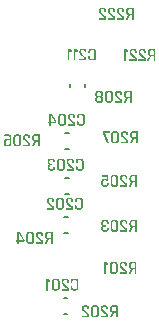
<source format=gbo>
G04*
G04 #@! TF.GenerationSoftware,Altium Limited,Altium Designer,24.0.1 (36)*
G04*
G04 Layer_Color=32896*
%FSLAX44Y44*%
%MOMM*%
G71*
G04*
G04 #@! TF.SameCoordinates,0FB82E01-D644-434E-A1D8-1B95A2BBF3EB*
G04*
G04*
G04 #@! TF.FilePolarity,Positive*
G04*
G01*
G75*
%ADD12C,0.2000*%
G36*
X1412420Y306708D02*
X1412587Y306652D01*
X1412643Y306615D01*
X1412698Y306578D01*
X1412735Y306560D01*
X1412754D01*
X1414383Y305578D01*
X1414457Y305523D01*
X1414513Y305467D01*
X1414568Y305338D01*
X1414605Y305245D01*
Y305227D01*
Y305208D01*
Y304282D01*
X1414587Y304190D01*
X1414550Y304134D01*
X1414513Y304097D01*
X1414346D01*
X1414309Y304116D01*
X1414291D01*
X1412587Y305116D01*
Y296931D01*
X1412569Y296839D01*
X1412550Y296783D01*
X1412439Y296709D01*
X1412346Y296672D01*
X1411291D01*
X1411217Y296691D01*
X1411143Y296709D01*
X1411087Y296802D01*
X1411050Y296894D01*
Y296913D01*
Y296931D01*
Y306467D01*
X1411069Y306560D01*
X1411087Y306615D01*
X1411180Y306689D01*
X1411272Y306726D01*
X1412254D01*
X1412420Y306708D01*
D02*
G37*
G36*
X1427511D02*
X1427882Y306634D01*
X1428197Y306523D01*
X1428456Y306412D01*
X1428659Y306301D01*
X1428808Y306189D01*
X1428882Y306115D01*
X1428919Y306097D01*
X1429122Y305838D01*
X1429289Y305560D01*
X1429400Y305264D01*
X1429474Y304986D01*
X1429511Y304727D01*
X1429530Y304523D01*
X1429548Y304449D01*
Y304393D01*
Y304356D01*
Y304338D01*
Y303727D01*
X1429530Y303634D01*
X1429511Y303560D01*
X1429474Y303523D01*
X1429419Y303486D01*
X1429326Y303449D01*
X1428271D01*
X1428178Y303468D01*
X1428123Y303486D01*
X1428048Y303597D01*
X1428011Y303690D01*
Y303708D01*
Y303727D01*
Y304301D01*
X1427993Y304523D01*
X1427974Y304690D01*
X1427937Y304838D01*
X1427882Y304967D01*
X1427826Y305060D01*
X1427789Y305116D01*
X1427771Y305153D01*
X1427752Y305171D01*
X1427641Y305264D01*
X1427493Y305319D01*
X1427215Y305393D01*
X1427086Y305412D01*
X1426974Y305430D01*
X1426123D01*
X1425919Y305412D01*
X1425734Y305375D01*
X1425567Y305319D01*
X1425438Y305264D01*
X1425327Y305171D01*
X1425234Y305079D01*
X1425086Y304875D01*
X1424993Y304653D01*
X1424956Y304486D01*
X1424938Y304412D01*
Y304356D01*
Y304319D01*
Y304301D01*
Y303782D01*
X1424975Y303505D01*
X1425049Y303245D01*
X1425178Y303005D01*
X1425308Y302801D01*
X1425456Y302634D01*
X1425586Y302523D01*
X1425660Y302431D01*
X1425697Y302412D01*
X1428659Y300005D01*
X1428808Y299875D01*
X1428937Y299746D01*
X1429141Y299468D01*
X1429289Y299190D01*
X1429382Y298950D01*
X1429456Y298709D01*
X1429474Y298542D01*
X1429493Y298468D01*
Y298413D01*
Y298394D01*
Y298375D01*
Y296931D01*
X1429474Y296839D01*
X1429437Y296783D01*
X1429345Y296709D01*
X1429234Y296672D01*
X1423697D01*
X1423604Y296691D01*
X1423530Y296709D01*
X1423493Y296746D01*
X1423456Y296802D01*
X1423419Y296894D01*
Y296913D01*
Y296931D01*
Y297764D01*
X1423438Y297857D01*
X1423456Y297913D01*
X1423549Y297987D01*
X1423660Y298024D01*
X1427771D01*
Y298524D01*
X1427752Y298672D01*
X1427715Y298801D01*
X1427660Y298931D01*
X1427585Y299024D01*
X1427530Y299116D01*
X1427474Y299172D01*
X1427437Y299209D01*
X1427419Y299227D01*
X1424401Y301690D01*
X1424234Y301838D01*
X1424086Y302005D01*
X1423956Y302171D01*
X1423845Y302338D01*
X1423678Y302671D01*
X1423567Y302986D01*
X1423512Y303264D01*
X1423493Y303375D01*
X1423475Y303486D01*
X1423456Y303579D01*
Y303634D01*
Y303671D01*
Y303690D01*
Y304338D01*
X1423475Y304745D01*
X1423549Y305097D01*
X1423660Y305393D01*
X1423771Y305653D01*
X1423901Y305838D01*
X1423993Y305986D01*
X1424067Y306060D01*
X1424104Y306097D01*
X1424364Y306301D01*
X1424641Y306467D01*
X1424938Y306578D01*
X1425234Y306652D01*
X1425493Y306689D01*
X1425697Y306726D01*
X1427104D01*
X1427511Y306708D01*
D02*
G37*
G36*
X1419883D02*
X1420253Y306634D01*
X1420568Y306523D01*
X1420827Y306412D01*
X1421031Y306301D01*
X1421179Y306189D01*
X1421253Y306115D01*
X1421290Y306097D01*
X1421494Y305838D01*
X1421660Y305560D01*
X1421771Y305264D01*
X1421845Y304986D01*
X1421882Y304727D01*
X1421901Y304523D01*
X1421919Y304449D01*
Y304393D01*
Y304356D01*
Y304338D01*
Y303727D01*
X1421901Y303634D01*
X1421882Y303560D01*
X1421845Y303523D01*
X1421790Y303486D01*
X1421697Y303449D01*
X1420642D01*
X1420549Y303468D01*
X1420494Y303486D01*
X1420420Y303597D01*
X1420383Y303690D01*
Y303708D01*
Y303727D01*
Y304301D01*
X1420364Y304523D01*
X1420345Y304690D01*
X1420309Y304838D01*
X1420253Y304967D01*
X1420197Y305060D01*
X1420160Y305116D01*
X1420142Y305153D01*
X1420123Y305171D01*
X1420012Y305264D01*
X1419864Y305319D01*
X1419586Y305393D01*
X1419457Y305412D01*
X1419346Y305430D01*
X1418494D01*
X1418290Y305412D01*
X1418105Y305375D01*
X1417938Y305319D01*
X1417809Y305264D01*
X1417698Y305171D01*
X1417605Y305079D01*
X1417457Y304875D01*
X1417364Y304653D01*
X1417327Y304486D01*
X1417309Y304412D01*
Y304356D01*
Y304319D01*
Y304301D01*
Y303782D01*
X1417346Y303505D01*
X1417420Y303245D01*
X1417549Y303005D01*
X1417679Y302801D01*
X1417827Y302634D01*
X1417957Y302523D01*
X1418031Y302431D01*
X1418068Y302412D01*
X1421031Y300005D01*
X1421179Y299875D01*
X1421308Y299746D01*
X1421512Y299468D01*
X1421660Y299190D01*
X1421753Y298950D01*
X1421827Y298709D01*
X1421845Y298542D01*
X1421864Y298468D01*
Y298413D01*
Y298394D01*
Y298375D01*
Y296931D01*
X1421845Y296839D01*
X1421808Y296783D01*
X1421716Y296709D01*
X1421605Y296672D01*
X1416068D01*
X1415976Y296691D01*
X1415901Y296709D01*
X1415865Y296746D01*
X1415827Y296802D01*
X1415790Y296894D01*
Y296913D01*
Y296931D01*
Y297764D01*
X1415809Y297857D01*
X1415827Y297913D01*
X1415920Y297987D01*
X1416031Y298024D01*
X1420142D01*
Y298524D01*
X1420123Y298672D01*
X1420086Y298801D01*
X1420031Y298931D01*
X1419957Y299024D01*
X1419901Y299116D01*
X1419845Y299172D01*
X1419809Y299209D01*
X1419790Y299227D01*
X1416772Y301690D01*
X1416605Y301838D01*
X1416457Y302005D01*
X1416327Y302171D01*
X1416216Y302338D01*
X1416050Y302671D01*
X1415939Y302986D01*
X1415883Y303264D01*
X1415865Y303375D01*
X1415846Y303486D01*
X1415827Y303579D01*
Y303634D01*
Y303671D01*
Y303690D01*
Y304338D01*
X1415846Y304745D01*
X1415920Y305097D01*
X1416031Y305393D01*
X1416142Y305653D01*
X1416272Y305838D01*
X1416364Y305986D01*
X1416438Y306060D01*
X1416476Y306097D01*
X1416735Y306301D01*
X1417012Y306467D01*
X1417309Y306578D01*
X1417605Y306652D01*
X1417864Y306689D01*
X1418068Y306726D01*
X1419475D01*
X1419883Y306708D01*
D02*
G37*
G36*
X1437473D02*
X1437547Y306689D01*
X1437585Y306652D01*
X1437621Y306597D01*
X1437659Y306504D01*
Y306486D01*
Y306467D01*
Y296931D01*
X1437640Y296839D01*
X1437621Y296783D01*
X1437510Y296709D01*
X1437418Y296672D01*
X1436399D01*
X1436307Y296691D01*
X1436251Y296709D01*
X1436177Y296802D01*
X1436140Y296894D01*
Y296913D01*
Y296931D01*
Y300375D01*
X1436103Y300468D01*
X1436048Y300505D01*
X1435992Y300523D01*
X1434363D01*
X1432696Y296931D01*
X1432641Y296839D01*
X1432567Y296783D01*
X1432400Y296709D01*
X1432326Y296691D01*
X1432252Y296672D01*
X1431233D01*
X1431122Y296691D01*
X1431048Y296728D01*
X1431011Y296765D01*
X1430992Y296820D01*
X1431011Y296931D01*
X1431030Y296950D01*
Y296968D01*
X1432770Y300635D01*
Y300709D01*
X1432511Y300820D01*
X1432270Y300931D01*
X1432066Y301098D01*
X1431900Y301264D01*
X1431752Y301431D01*
X1431641Y301634D01*
X1431530Y301820D01*
X1431456Y302005D01*
X1431344Y302375D01*
X1431307Y302542D01*
X1431289Y302671D01*
Y302801D01*
X1431270Y302894D01*
Y302949D01*
Y302968D01*
Y304301D01*
X1431307Y304708D01*
X1431381Y305060D01*
X1431474Y305356D01*
X1431604Y305616D01*
X1431733Y305819D01*
X1431826Y305967D01*
X1431900Y306041D01*
X1431937Y306078D01*
X1432196Y306301D01*
X1432492Y306449D01*
X1432789Y306560D01*
X1433066Y306652D01*
X1433326Y306689D01*
X1433529Y306708D01*
X1433603Y306726D01*
X1437381D01*
X1437473Y306708D01*
D02*
G37*
G36*
X1407445Y271148D02*
X1407816Y271074D01*
X1408130Y270963D01*
X1408390Y270852D01*
X1408593Y270741D01*
X1408742Y270630D01*
X1408816Y270555D01*
X1408853Y270537D01*
X1409056Y270278D01*
X1409223Y270000D01*
X1409334Y269704D01*
X1409408Y269426D01*
X1409445Y269167D01*
X1409464Y268963D01*
X1409482Y268889D01*
Y268833D01*
Y268796D01*
Y268778D01*
Y268167D01*
X1409464Y268074D01*
X1409445Y268000D01*
X1409408Y267963D01*
X1409353Y267926D01*
X1409260Y267889D01*
X1408205D01*
X1408112Y267908D01*
X1408056Y267926D01*
X1407982Y268037D01*
X1407945Y268130D01*
Y268148D01*
Y268167D01*
Y268741D01*
X1407927Y268963D01*
X1407908Y269130D01*
X1407871Y269278D01*
X1407816Y269407D01*
X1407760Y269500D01*
X1407723Y269556D01*
X1407705Y269593D01*
X1407686Y269611D01*
X1407575Y269704D01*
X1407427Y269759D01*
X1407149Y269833D01*
X1407020Y269852D01*
X1406908Y269870D01*
X1406057D01*
X1405853Y269852D01*
X1405668Y269815D01*
X1405501Y269759D01*
X1405372Y269704D01*
X1405260Y269611D01*
X1405168Y269519D01*
X1405020Y269315D01*
X1404927Y269093D01*
X1404890Y268926D01*
X1404872Y268852D01*
Y268796D01*
Y268759D01*
Y268741D01*
Y268222D01*
X1404909Y267945D01*
X1404983Y267685D01*
X1405112Y267445D01*
X1405242Y267241D01*
X1405390Y267074D01*
X1405520Y266963D01*
X1405594Y266871D01*
X1405631Y266852D01*
X1408593Y264445D01*
X1408742Y264315D01*
X1408871Y264186D01*
X1409075Y263908D01*
X1409223Y263630D01*
X1409316Y263389D01*
X1409390Y263149D01*
X1409408Y262982D01*
X1409427Y262908D01*
Y262853D01*
Y262834D01*
Y262815D01*
Y261371D01*
X1409408Y261279D01*
X1409371Y261223D01*
X1409279Y261149D01*
X1409167Y261112D01*
X1403631D01*
X1403538Y261131D01*
X1403464Y261149D01*
X1403427Y261186D01*
X1403390Y261242D01*
X1403353Y261334D01*
Y261353D01*
Y261371D01*
Y262204D01*
X1403372Y262297D01*
X1403390Y262353D01*
X1403483Y262427D01*
X1403594Y262464D01*
X1407705D01*
Y262964D01*
X1407686Y263112D01*
X1407649Y263241D01*
X1407594Y263371D01*
X1407520Y263464D01*
X1407464Y263556D01*
X1407408Y263612D01*
X1407371Y263649D01*
X1407353Y263667D01*
X1404335Y266130D01*
X1404168Y266278D01*
X1404020Y266445D01*
X1403890Y266611D01*
X1403779Y266778D01*
X1403613Y267111D01*
X1403501Y267426D01*
X1403446Y267704D01*
X1403427Y267815D01*
X1403409Y267926D01*
X1403390Y268019D01*
Y268074D01*
Y268111D01*
Y268130D01*
Y268778D01*
X1403409Y269185D01*
X1403483Y269537D01*
X1403594Y269833D01*
X1403705Y270093D01*
X1403835Y270278D01*
X1403927Y270426D01*
X1404001Y270500D01*
X1404038Y270537D01*
X1404298Y270741D01*
X1404575Y270907D01*
X1404872Y271018D01*
X1405168Y271092D01*
X1405427Y271129D01*
X1405631Y271166D01*
X1407038D01*
X1407445Y271148D01*
D02*
G37*
G36*
X1417407D02*
X1417481Y271129D01*
X1417518Y271092D01*
X1417556Y271037D01*
X1417592Y270944D01*
Y270926D01*
Y270907D01*
Y261371D01*
X1417574Y261279D01*
X1417556Y261223D01*
X1417444Y261149D01*
X1417352Y261112D01*
X1416333D01*
X1416241Y261131D01*
X1416185Y261149D01*
X1416111Y261242D01*
X1416074Y261334D01*
Y261353D01*
Y261371D01*
Y264815D01*
X1416037Y264908D01*
X1415982Y264945D01*
X1415926Y264963D01*
X1414297D01*
X1412630Y261371D01*
X1412574Y261279D01*
X1412500Y261223D01*
X1412334Y261149D01*
X1412260Y261131D01*
X1412186Y261112D01*
X1411167D01*
X1411056Y261131D01*
X1410982Y261168D01*
X1410945Y261205D01*
X1410927Y261260D01*
X1410945Y261371D01*
X1410964Y261390D01*
Y261408D01*
X1412704Y265075D01*
Y265149D01*
X1412445Y265260D01*
X1412204Y265371D01*
X1412000Y265537D01*
X1411834Y265704D01*
X1411686Y265871D01*
X1411575Y266074D01*
X1411463Y266260D01*
X1411389Y266445D01*
X1411278Y266815D01*
X1411241Y266982D01*
X1411223Y267111D01*
Y267241D01*
X1411204Y267334D01*
Y267389D01*
Y267408D01*
Y268741D01*
X1411241Y269148D01*
X1411315Y269500D01*
X1411408Y269796D01*
X1411538Y270056D01*
X1411667Y270259D01*
X1411760Y270407D01*
X1411834Y270481D01*
X1411871Y270518D01*
X1412130Y270741D01*
X1412426Y270889D01*
X1412723Y271000D01*
X1413000Y271092D01*
X1413260Y271129D01*
X1413463Y271148D01*
X1413537Y271166D01*
X1417315D01*
X1417407Y271148D01*
D02*
G37*
G36*
X1399650D02*
X1400020Y271074D01*
X1400335Y270963D01*
X1400594Y270852D01*
X1400798Y270741D01*
X1400946Y270630D01*
X1401020Y270555D01*
X1401057Y270537D01*
X1401261Y270278D01*
X1401427Y270000D01*
X1401539Y269685D01*
X1401613Y269407D01*
X1401650Y269148D01*
X1401668Y268926D01*
X1401687Y268852D01*
Y268796D01*
Y268759D01*
Y268741D01*
Y263538D01*
X1401668Y263130D01*
X1401594Y262778D01*
X1401483Y262464D01*
X1401372Y262204D01*
X1401261Y262001D01*
X1401150Y261853D01*
X1401076Y261779D01*
X1401057Y261742D01*
X1400798Y261538D01*
X1400502Y261371D01*
X1400205Y261260D01*
X1399909Y261186D01*
X1399650Y261149D01*
X1399428Y261131D01*
X1399354Y261112D01*
X1397687D01*
X1397280Y261131D01*
X1396928Y261205D01*
X1396613Y261316D01*
X1396373Y261427D01*
X1396169Y261538D01*
X1396021Y261649D01*
X1395947Y261723D01*
X1395910Y261742D01*
X1395687Y262001D01*
X1395539Y262297D01*
X1395428Y262593D01*
X1395336Y262890D01*
X1395298Y263149D01*
X1395280Y263353D01*
X1395262Y263427D01*
Y263482D01*
Y263519D01*
Y263538D01*
Y268741D01*
X1395280Y269148D01*
X1395354Y269519D01*
X1395465Y269815D01*
X1395576Y270074D01*
X1395706Y270278D01*
X1395798Y270426D01*
X1395872Y270500D01*
X1395910Y270537D01*
X1396169Y270741D01*
X1396447Y270907D01*
X1396743Y271018D01*
X1397039Y271092D01*
X1397298Y271129D01*
X1397502Y271166D01*
X1399243D01*
X1399650Y271148D01*
D02*
G37*
G36*
X1391373D02*
X1391743Y271074D01*
X1392058Y270981D01*
X1392317Y270870D01*
X1392521Y270759D01*
X1392669Y270667D01*
X1392743Y270592D01*
X1392780Y270574D01*
X1392984Y270333D01*
X1393151Y270056D01*
X1393262Y269778D01*
X1393336Y269500D01*
X1393373Y269241D01*
X1393391Y269037D01*
X1393410Y268963D01*
Y268908D01*
Y268871D01*
Y268852D01*
Y268056D01*
X1393391Y267796D01*
X1393354Y267556D01*
X1393317Y267334D01*
X1393243Y267148D01*
X1393169Y266963D01*
X1393076Y266815D01*
X1392965Y266686D01*
X1392873Y266556D01*
X1392669Y266371D01*
X1392502Y266260D01*
X1392428Y266223D01*
X1392373Y266185D01*
X1392354Y266167D01*
X1392336D01*
X1392521Y266074D01*
X1392688Y265963D01*
X1392836Y265834D01*
X1392947Y265686D01*
X1393058Y265537D01*
X1393151Y265371D01*
X1393280Y265056D01*
X1393354Y264760D01*
X1393373Y264630D01*
X1393391Y264519D01*
X1393410Y264408D01*
Y264334D01*
Y264297D01*
Y264278D01*
Y263445D01*
X1393391Y263038D01*
X1393317Y262686D01*
X1393206Y262390D01*
X1393095Y262149D01*
X1392984Y261945D01*
X1392873Y261816D01*
X1392799Y261742D01*
X1392780Y261705D01*
X1392521Y261501D01*
X1392225Y261371D01*
X1391929Y261260D01*
X1391632Y261186D01*
X1391373Y261149D01*
X1391151Y261131D01*
X1391077Y261112D01*
X1389318D01*
X1388910Y261131D01*
X1388540Y261205D01*
X1388244Y261297D01*
X1387984Y261408D01*
X1387781Y261519D01*
X1387633Y261612D01*
X1387559Y261686D01*
X1387522Y261705D01*
X1387318Y261945D01*
X1387151Y262223D01*
X1387040Y262519D01*
X1386966Y262797D01*
X1386929Y263056D01*
X1386892Y263260D01*
Y263334D01*
Y263389D01*
Y263427D01*
Y263445D01*
Y264260D01*
X1386911Y264519D01*
X1386929Y264760D01*
X1386985Y264982D01*
X1387059Y265186D01*
X1387133Y265352D01*
X1387225Y265519D01*
X1387318Y265649D01*
X1387410Y265778D01*
X1387614Y265963D01*
X1387781Y266074D01*
X1387855Y266112D01*
X1387910Y266148D01*
X1387929Y266167D01*
X1387947D01*
X1387781Y266241D01*
X1387633Y266334D01*
X1387503Y266445D01*
X1387392Y266556D01*
X1387299Y266667D01*
X1387244Y266760D01*
X1387207Y266815D01*
X1387188Y266834D01*
X1387096Y267037D01*
X1387022Y267241D01*
X1386966Y267445D01*
X1386929Y267630D01*
X1386911Y267796D01*
X1386892Y267945D01*
Y268019D01*
Y268056D01*
Y268852D01*
X1386911Y269259D01*
X1386985Y269593D01*
X1387096Y269889D01*
X1387207Y270130D01*
X1387318Y270333D01*
X1387429Y270463D01*
X1387503Y270555D01*
X1387522Y270574D01*
X1387781Y270778D01*
X1388058Y270926D01*
X1388373Y271018D01*
X1388651Y271092D01*
X1388910Y271129D01*
X1389133Y271166D01*
X1390966D01*
X1391373Y271148D01*
D02*
G37*
G36*
X1412525Y236858D02*
X1412896Y236784D01*
X1413210Y236673D01*
X1413470Y236562D01*
X1413673Y236451D01*
X1413822Y236339D01*
X1413896Y236266D01*
X1413933Y236247D01*
X1414136Y235988D01*
X1414303Y235710D01*
X1414414Y235414D01*
X1414488Y235136D01*
X1414525Y234877D01*
X1414544Y234673D01*
X1414562Y234599D01*
Y234543D01*
Y234506D01*
Y234488D01*
Y233877D01*
X1414544Y233784D01*
X1414525Y233710D01*
X1414488Y233673D01*
X1414433Y233636D01*
X1414340Y233599D01*
X1413285D01*
X1413192Y233618D01*
X1413136Y233636D01*
X1413062Y233747D01*
X1413025Y233840D01*
Y233858D01*
Y233877D01*
Y234451D01*
X1413007Y234673D01*
X1412988Y234840D01*
X1412951Y234988D01*
X1412896Y235117D01*
X1412840Y235210D01*
X1412803Y235266D01*
X1412785Y235303D01*
X1412766Y235321D01*
X1412655Y235414D01*
X1412507Y235469D01*
X1412229Y235543D01*
X1412099Y235562D01*
X1411988Y235580D01*
X1411137D01*
X1410933Y235562D01*
X1410748Y235525D01*
X1410581Y235469D01*
X1410452Y235414D01*
X1410341Y235321D01*
X1410248Y235229D01*
X1410100Y235025D01*
X1410007Y234803D01*
X1409970Y234636D01*
X1409952Y234562D01*
Y234506D01*
Y234469D01*
Y234451D01*
Y233932D01*
X1409989Y233655D01*
X1410063Y233395D01*
X1410192Y233155D01*
X1410322Y232951D01*
X1410470Y232784D01*
X1410600Y232673D01*
X1410674Y232581D01*
X1410711Y232562D01*
X1413673Y230155D01*
X1413822Y230025D01*
X1413951Y229896D01*
X1414155Y229618D01*
X1414303Y229340D01*
X1414396Y229100D01*
X1414470Y228859D01*
X1414488Y228692D01*
X1414507Y228618D01*
Y228563D01*
Y228544D01*
Y228526D01*
Y227081D01*
X1414488Y226989D01*
X1414451Y226933D01*
X1414359Y226859D01*
X1414247Y226822D01*
X1408711D01*
X1408618Y226840D01*
X1408544Y226859D01*
X1408507Y226896D01*
X1408470Y226952D01*
X1408433Y227044D01*
Y227063D01*
Y227081D01*
Y227915D01*
X1408452Y228007D01*
X1408470Y228063D01*
X1408563Y228137D01*
X1408674Y228174D01*
X1412785D01*
Y228674D01*
X1412766Y228822D01*
X1412729Y228951D01*
X1412674Y229081D01*
X1412599Y229174D01*
X1412544Y229266D01*
X1412488Y229322D01*
X1412451Y229359D01*
X1412433Y229377D01*
X1409415Y231840D01*
X1409248Y231988D01*
X1409100Y232155D01*
X1408970Y232321D01*
X1408859Y232488D01*
X1408692Y232821D01*
X1408581Y233136D01*
X1408526Y233414D01*
X1408507Y233525D01*
X1408489Y233636D01*
X1408470Y233729D01*
Y233784D01*
Y233821D01*
Y233840D01*
Y234488D01*
X1408489Y234895D01*
X1408563Y235247D01*
X1408674Y235543D01*
X1408785Y235803D01*
X1408915Y235988D01*
X1409007Y236136D01*
X1409081Y236210D01*
X1409118Y236247D01*
X1409378Y236451D01*
X1409655Y236617D01*
X1409952Y236728D01*
X1410248Y236802D01*
X1410507Y236840D01*
X1410711Y236877D01*
X1412118D01*
X1412525Y236858D01*
D02*
G37*
G36*
X1422487D02*
X1422561Y236840D01*
X1422599Y236802D01*
X1422635Y236747D01*
X1422672Y236654D01*
Y236636D01*
Y236617D01*
Y227081D01*
X1422654Y226989D01*
X1422635Y226933D01*
X1422524Y226859D01*
X1422432Y226822D01*
X1421413D01*
X1421321Y226840D01*
X1421265Y226859D01*
X1421191Y226952D01*
X1421154Y227044D01*
Y227063D01*
Y227081D01*
Y230525D01*
X1421117Y230618D01*
X1421062Y230655D01*
X1421006Y230674D01*
X1419377D01*
X1417710Y227081D01*
X1417655Y226989D01*
X1417581Y226933D01*
X1417414Y226859D01*
X1417340Y226840D01*
X1417266Y226822D01*
X1416247D01*
X1416136Y226840D01*
X1416062Y226877D01*
X1416025Y226915D01*
X1416006Y226970D01*
X1416025Y227081D01*
X1416044Y227100D01*
Y227118D01*
X1417784Y230785D01*
Y230859D01*
X1417525Y230970D01*
X1417284Y231081D01*
X1417081Y231248D01*
X1416914Y231414D01*
X1416766Y231581D01*
X1416655Y231784D01*
X1416543Y231970D01*
X1416470Y232155D01*
X1416358Y232525D01*
X1416321Y232692D01*
X1416303Y232821D01*
Y232951D01*
X1416284Y233044D01*
Y233099D01*
Y233118D01*
Y234451D01*
X1416321Y234858D01*
X1416395Y235210D01*
X1416488Y235506D01*
X1416618Y235765D01*
X1416747Y235969D01*
X1416840Y236117D01*
X1416914Y236191D01*
X1416951Y236228D01*
X1417210Y236451D01*
X1417506Y236599D01*
X1417803Y236710D01*
X1418080Y236802D01*
X1418340Y236840D01*
X1418543Y236858D01*
X1418617Y236877D01*
X1422395D01*
X1422487Y236858D01*
D02*
G37*
G36*
X1404730D02*
X1405100Y236784D01*
X1405415Y236673D01*
X1405674Y236562D01*
X1405878Y236451D01*
X1406026Y236339D01*
X1406100Y236266D01*
X1406137Y236247D01*
X1406341Y235988D01*
X1406508Y235710D01*
X1406619Y235395D01*
X1406693Y235117D01*
X1406730Y234858D01*
X1406748Y234636D01*
X1406767Y234562D01*
Y234506D01*
Y234469D01*
Y234451D01*
Y229248D01*
X1406748Y228840D01*
X1406674Y228489D01*
X1406563Y228174D01*
X1406452Y227915D01*
X1406341Y227711D01*
X1406230Y227563D01*
X1406156Y227489D01*
X1406137Y227452D01*
X1405878Y227248D01*
X1405582Y227081D01*
X1405285Y226970D01*
X1404989Y226896D01*
X1404730Y226859D01*
X1404508Y226840D01*
X1404434Y226822D01*
X1402767D01*
X1402360Y226840D01*
X1402008Y226915D01*
X1401693Y227026D01*
X1401452Y227137D01*
X1401249Y227248D01*
X1401101Y227359D01*
X1401027Y227433D01*
X1400990Y227452D01*
X1400767Y227711D01*
X1400619Y228007D01*
X1400508Y228303D01*
X1400416Y228600D01*
X1400379Y228859D01*
X1400360Y229062D01*
X1400341Y229137D01*
Y229192D01*
Y229229D01*
Y229248D01*
Y234451D01*
X1400360Y234858D01*
X1400434Y235229D01*
X1400545Y235525D01*
X1400656Y235784D01*
X1400786Y235988D01*
X1400878Y236136D01*
X1400952Y236210D01*
X1400990Y236247D01*
X1401249Y236451D01*
X1401527Y236617D01*
X1401823Y236728D01*
X1402119Y236802D01*
X1402378Y236840D01*
X1402582Y236877D01*
X1404323D01*
X1404730Y236858D01*
D02*
G37*
G36*
X1398953D02*
X1399008Y236840D01*
X1399082Y236747D01*
X1399119Y236654D01*
Y236636D01*
Y236617D01*
Y235765D01*
X1399101Y235673D01*
X1399082Y235599D01*
X1399045Y235543D01*
X1398990Y235506D01*
X1398897Y235469D01*
X1394916D01*
X1398268Y227118D01*
X1398305Y227026D01*
Y226952D01*
X1398286Y226896D01*
X1398249Y226859D01*
X1398156Y226822D01*
X1397045D01*
X1396916Y226840D01*
X1396823Y226859D01*
X1396749Y226896D01*
X1396694Y226952D01*
X1396620Y227026D01*
X1396601Y227044D01*
Y227063D01*
X1393435Y234988D01*
X1393342Y235266D01*
X1393305Y235377D01*
X1393287Y235469D01*
X1393268Y235543D01*
Y235617D01*
Y235636D01*
Y235654D01*
Y236617D01*
X1393287Y236710D01*
X1393305Y236765D01*
X1393398Y236840D01*
X1393509Y236877D01*
X1398860D01*
X1398953Y236858D01*
D02*
G37*
G36*
X1329721Y234318D02*
X1330092Y234244D01*
X1330406Y234133D01*
X1330666Y234022D01*
X1330869Y233911D01*
X1331018Y233799D01*
X1331092Y233725D01*
X1331129Y233707D01*
X1331332Y233448D01*
X1331499Y233170D01*
X1331610Y232874D01*
X1331684Y232596D01*
X1331721Y232337D01*
X1331740Y232133D01*
X1331758Y232059D01*
Y232003D01*
Y231966D01*
Y231948D01*
Y231337D01*
X1331740Y231244D01*
X1331721Y231170D01*
X1331684Y231133D01*
X1331629Y231096D01*
X1331536Y231059D01*
X1330481D01*
X1330388Y231078D01*
X1330332Y231096D01*
X1330258Y231207D01*
X1330221Y231300D01*
Y231318D01*
Y231337D01*
Y231911D01*
X1330203Y232133D01*
X1330184Y232300D01*
X1330147Y232448D01*
X1330092Y232577D01*
X1330036Y232670D01*
X1329999Y232726D01*
X1329981Y232763D01*
X1329962Y232781D01*
X1329851Y232874D01*
X1329703Y232929D01*
X1329425Y233003D01*
X1329296Y233022D01*
X1329184Y233040D01*
X1328333D01*
X1328129Y233022D01*
X1327944Y232985D01*
X1327777Y232929D01*
X1327648Y232874D01*
X1327536Y232781D01*
X1327444Y232689D01*
X1327296Y232485D01*
X1327203Y232263D01*
X1327166Y232096D01*
X1327148Y232022D01*
Y231966D01*
Y231929D01*
Y231911D01*
Y231392D01*
X1327185Y231115D01*
X1327259Y230855D01*
X1327388Y230615D01*
X1327518Y230411D01*
X1327666Y230244D01*
X1327796Y230133D01*
X1327870Y230041D01*
X1327907Y230022D01*
X1330869Y227615D01*
X1331018Y227485D01*
X1331147Y227356D01*
X1331351Y227078D01*
X1331499Y226800D01*
X1331592Y226560D01*
X1331666Y226319D01*
X1331684Y226152D01*
X1331703Y226078D01*
Y226023D01*
Y226004D01*
Y225986D01*
Y224541D01*
X1331684Y224449D01*
X1331647Y224393D01*
X1331555Y224319D01*
X1331443Y224282D01*
X1325907D01*
X1325814Y224300D01*
X1325740Y224319D01*
X1325703Y224356D01*
X1325666Y224412D01*
X1325629Y224504D01*
Y224523D01*
Y224541D01*
Y225375D01*
X1325648Y225467D01*
X1325666Y225523D01*
X1325759Y225597D01*
X1325870Y225634D01*
X1329981D01*
Y226134D01*
X1329962Y226282D01*
X1329925Y226411D01*
X1329870Y226541D01*
X1329796Y226634D01*
X1329740Y226726D01*
X1329684Y226782D01*
X1329647Y226819D01*
X1329629Y226837D01*
X1326611Y229300D01*
X1326444Y229448D01*
X1326296Y229615D01*
X1326166Y229781D01*
X1326055Y229948D01*
X1325889Y230281D01*
X1325777Y230596D01*
X1325722Y230874D01*
X1325703Y230985D01*
X1325685Y231096D01*
X1325666Y231189D01*
Y231244D01*
Y231281D01*
Y231300D01*
Y231948D01*
X1325685Y232355D01*
X1325759Y232707D01*
X1325870Y233003D01*
X1325981Y233263D01*
X1326111Y233448D01*
X1326203Y233596D01*
X1326277Y233670D01*
X1326314Y233707D01*
X1326574Y233911D01*
X1326851Y234077D01*
X1327148Y234188D01*
X1327444Y234262D01*
X1327703Y234300D01*
X1327907Y234336D01*
X1329314D01*
X1329721Y234318D01*
D02*
G37*
G36*
X1339683D02*
X1339757Y234300D01*
X1339794Y234262D01*
X1339832Y234207D01*
X1339868Y234114D01*
Y234096D01*
Y234077D01*
Y224541D01*
X1339850Y224449D01*
X1339832Y224393D01*
X1339720Y224319D01*
X1339628Y224282D01*
X1338609D01*
X1338517Y224300D01*
X1338461Y224319D01*
X1338387Y224412D01*
X1338350Y224504D01*
Y224523D01*
Y224541D01*
Y227985D01*
X1338313Y228078D01*
X1338258Y228115D01*
X1338202Y228134D01*
X1336573D01*
X1334906Y224541D01*
X1334850Y224449D01*
X1334776Y224393D01*
X1334610Y224319D01*
X1334536Y224300D01*
X1334462Y224282D01*
X1333443D01*
X1333332Y224300D01*
X1333258Y224338D01*
X1333221Y224375D01*
X1333203Y224430D01*
X1333221Y224541D01*
X1333240Y224560D01*
Y224578D01*
X1334980Y228245D01*
Y228319D01*
X1334721Y228430D01*
X1334480Y228541D01*
X1334276Y228708D01*
X1334110Y228874D01*
X1333962Y229041D01*
X1333851Y229244D01*
X1333739Y229430D01*
X1333665Y229615D01*
X1333554Y229985D01*
X1333517Y230152D01*
X1333499Y230281D01*
Y230411D01*
X1333480Y230504D01*
Y230559D01*
Y230578D01*
Y231911D01*
X1333517Y232318D01*
X1333591Y232670D01*
X1333684Y232966D01*
X1333814Y233225D01*
X1333943Y233429D01*
X1334036Y233577D01*
X1334110Y233651D01*
X1334147Y233688D01*
X1334406Y233911D01*
X1334702Y234059D01*
X1334999Y234170D01*
X1335276Y234262D01*
X1335536Y234300D01*
X1335739Y234318D01*
X1335813Y234336D01*
X1339591D01*
X1339683Y234318D01*
D02*
G37*
G36*
X1321926D02*
X1322296Y234244D01*
X1322611Y234133D01*
X1322870Y234022D01*
X1323074Y233911D01*
X1323222Y233799D01*
X1323296Y233725D01*
X1323333Y233707D01*
X1323537Y233448D01*
X1323703Y233170D01*
X1323815Y232855D01*
X1323889Y232577D01*
X1323926Y232318D01*
X1323944Y232096D01*
X1323963Y232022D01*
Y231966D01*
Y231929D01*
Y231911D01*
Y226708D01*
X1323944Y226300D01*
X1323870Y225949D01*
X1323759Y225634D01*
X1323648Y225375D01*
X1323537Y225171D01*
X1323426Y225023D01*
X1323352Y224949D01*
X1323333Y224912D01*
X1323074Y224708D01*
X1322778Y224541D01*
X1322481Y224430D01*
X1322185Y224356D01*
X1321926Y224319D01*
X1321704Y224300D01*
X1321630Y224282D01*
X1319963D01*
X1319556Y224300D01*
X1319204Y224375D01*
X1318889Y224486D01*
X1318649Y224597D01*
X1318445Y224708D01*
X1318297Y224819D01*
X1318223Y224893D01*
X1318186Y224912D01*
X1317963Y225171D01*
X1317815Y225467D01*
X1317704Y225763D01*
X1317612Y226060D01*
X1317574Y226319D01*
X1317556Y226523D01*
X1317538Y226597D01*
Y226652D01*
Y226689D01*
Y226708D01*
Y231911D01*
X1317556Y232318D01*
X1317630Y232689D01*
X1317741Y232985D01*
X1317852Y233244D01*
X1317982Y233448D01*
X1318074Y233596D01*
X1318148Y233670D01*
X1318186Y233707D01*
X1318445Y233911D01*
X1318723Y234077D01*
X1319019Y234188D01*
X1319315Y234262D01*
X1319574Y234300D01*
X1319778Y234336D01*
X1321519D01*
X1321926Y234318D01*
D02*
G37*
G36*
X1313723D02*
X1314075Y234244D01*
X1314390Y234133D01*
X1314649Y234022D01*
X1314853Y233911D01*
X1315001Y233799D01*
X1315075Y233725D01*
X1315112Y233707D01*
X1315334Y233448D01*
X1315482Y233170D01*
X1315593Y232855D01*
X1315686Y232577D01*
X1315723Y232318D01*
X1315741Y232096D01*
X1315760Y232022D01*
Y231966D01*
Y231929D01*
Y231911D01*
Y226708D01*
X1315723Y226300D01*
X1315649Y225949D01*
X1315556Y225634D01*
X1315427Y225375D01*
X1315316Y225171D01*
X1315204Y225023D01*
X1315130Y224949D01*
X1315112Y224912D01*
X1314853Y224708D01*
X1314556Y224541D01*
X1314260Y224430D01*
X1313964Y224356D01*
X1313705Y224319D01*
X1313501Y224300D01*
X1313427Y224282D01*
X1311816D01*
X1311409Y224300D01*
X1311038Y224375D01*
X1310742Y224486D01*
X1310483Y224597D01*
X1310279Y224708D01*
X1310131Y224819D01*
X1310057Y224893D01*
X1310020Y224912D01*
X1309798Y225171D01*
X1309649Y225467D01*
X1309538Y225763D01*
X1309446Y226060D01*
X1309409Y226319D01*
X1309390Y226523D01*
X1309372Y226597D01*
Y226652D01*
Y226689D01*
Y226708D01*
Y228078D01*
X1309390Y228485D01*
X1309464Y228856D01*
X1309575Y229152D01*
X1309686Y229411D01*
X1309816Y229615D01*
X1309909Y229763D01*
X1309983Y229837D01*
X1310020Y229874D01*
X1310279Y230078D01*
X1310557Y230244D01*
X1310871Y230355D01*
X1311149Y230429D01*
X1311409Y230466D01*
X1311631Y230504D01*
X1314223D01*
Y231855D01*
X1314205Y232059D01*
X1314167Y232244D01*
X1314112Y232392D01*
X1314038Y232522D01*
X1313964Y232652D01*
X1313871Y232744D01*
X1313649Y232874D01*
X1313445Y232966D01*
X1313260Y233003D01*
X1313205Y233022D01*
X1310186D01*
X1310094Y233040D01*
X1310038Y233059D01*
X1309964Y233151D01*
X1309927Y233225D01*
Y233244D01*
Y233263D01*
Y234077D01*
X1309946Y234170D01*
X1309964Y234225D01*
X1310057Y234300D01*
X1310149Y234336D01*
X1313316D01*
X1313723Y234318D01*
D02*
G37*
G36*
X1412017Y200028D02*
X1412388Y199954D01*
X1412702Y199843D01*
X1412962Y199732D01*
X1413165Y199621D01*
X1413314Y199510D01*
X1413388Y199436D01*
X1413425Y199417D01*
X1413628Y199158D01*
X1413795Y198880D01*
X1413906Y198584D01*
X1413980Y198306D01*
X1414017Y198047D01*
X1414036Y197843D01*
X1414054Y197769D01*
Y197713D01*
Y197676D01*
Y197658D01*
Y197047D01*
X1414036Y196954D01*
X1414017Y196880D01*
X1413980Y196843D01*
X1413925Y196806D01*
X1413832Y196769D01*
X1412777D01*
X1412684Y196788D01*
X1412628Y196806D01*
X1412554Y196917D01*
X1412517Y197010D01*
Y197028D01*
Y197047D01*
Y197621D01*
X1412499Y197843D01*
X1412480Y198010D01*
X1412443Y198158D01*
X1412388Y198287D01*
X1412332Y198380D01*
X1412295Y198436D01*
X1412277Y198473D01*
X1412258Y198491D01*
X1412147Y198584D01*
X1411999Y198639D01*
X1411721Y198713D01*
X1411591Y198732D01*
X1411480Y198750D01*
X1410629D01*
X1410425Y198732D01*
X1410240Y198695D01*
X1410073Y198639D01*
X1409944Y198584D01*
X1409832Y198491D01*
X1409740Y198398D01*
X1409592Y198195D01*
X1409499Y197973D01*
X1409462Y197806D01*
X1409444Y197732D01*
Y197676D01*
Y197639D01*
Y197621D01*
Y197102D01*
X1409481Y196825D01*
X1409555Y196565D01*
X1409684Y196325D01*
X1409814Y196121D01*
X1409962Y195954D01*
X1410092Y195843D01*
X1410166Y195751D01*
X1410203Y195732D01*
X1413165Y193325D01*
X1413314Y193195D01*
X1413443Y193066D01*
X1413647Y192788D01*
X1413795Y192510D01*
X1413888Y192269D01*
X1413962Y192029D01*
X1413980Y191862D01*
X1413999Y191788D01*
Y191733D01*
Y191714D01*
Y191695D01*
Y190251D01*
X1413980Y190159D01*
X1413943Y190103D01*
X1413851Y190029D01*
X1413739Y189992D01*
X1408203D01*
X1408110Y190011D01*
X1408036Y190029D01*
X1407999Y190066D01*
X1407962Y190122D01*
X1407925Y190214D01*
Y190233D01*
Y190251D01*
Y191084D01*
X1407944Y191177D01*
X1407962Y191233D01*
X1408055Y191307D01*
X1408166Y191344D01*
X1412277D01*
Y191844D01*
X1412258Y191992D01*
X1412221Y192121D01*
X1412166Y192251D01*
X1412092Y192344D01*
X1412036Y192436D01*
X1411980Y192492D01*
X1411943Y192529D01*
X1411925Y192547D01*
X1408907Y195010D01*
X1408740Y195158D01*
X1408592Y195325D01*
X1408462Y195491D01*
X1408351Y195658D01*
X1408185Y195991D01*
X1408073Y196306D01*
X1408018Y196584D01*
X1407999Y196695D01*
X1407981Y196806D01*
X1407962Y196899D01*
Y196954D01*
Y196991D01*
Y197010D01*
Y197658D01*
X1407981Y198065D01*
X1408055Y198417D01*
X1408166Y198713D01*
X1408277Y198973D01*
X1408407Y199158D01*
X1408499Y199306D01*
X1408573Y199380D01*
X1408610Y199417D01*
X1408870Y199621D01*
X1409147Y199787D01*
X1409444Y199898D01*
X1409740Y199972D01*
X1409999Y200009D01*
X1410203Y200047D01*
X1411610D01*
X1412017Y200028D01*
D02*
G37*
G36*
X1397797D02*
X1397871Y200009D01*
X1397908Y199972D01*
X1397945Y199917D01*
X1397982Y199824D01*
Y199806D01*
Y199787D01*
Y194862D01*
X1397963Y194769D01*
X1397945Y194714D01*
X1397834Y194640D01*
X1397741Y194603D01*
X1396723D01*
X1396630Y194621D01*
X1396537Y194658D01*
X1396408Y194788D01*
X1396334Y194917D01*
X1396297Y194954D01*
Y194973D01*
X1396241Y195047D01*
X1396149Y195121D01*
X1396093Y195177D01*
X1396056Y195195D01*
X1395889Y195269D01*
X1395723Y195288D01*
X1395649Y195306D01*
X1394575D01*
X1394334Y195288D01*
X1394149Y195269D01*
X1393982Y195214D01*
X1393853Y195158D01*
X1393760Y195103D01*
X1393705Y195065D01*
X1393667Y195028D01*
X1393649Y195010D01*
X1393556Y194880D01*
X1393482Y194732D01*
X1393445Y194566D01*
X1393408Y194399D01*
X1393390Y194251D01*
X1393371Y194121D01*
Y194047D01*
Y194010D01*
Y192418D01*
X1393390Y192214D01*
X1393427Y192047D01*
X1393482Y191899D01*
X1393556Y191770D01*
X1393630Y191658D01*
X1393741Y191566D01*
X1393945Y191436D01*
X1394149Y191344D01*
X1394334Y191307D01*
X1394408Y191288D01*
X1395426D01*
X1395630Y191307D01*
X1395797Y191344D01*
X1395945Y191399D01*
X1396075Y191473D01*
X1396186Y191547D01*
X1396278Y191640D01*
X1396408Y191862D01*
X1396501Y192066D01*
X1396537Y192251D01*
X1396556Y192307D01*
Y192362D01*
Y192399D01*
Y192418D01*
Y192825D01*
X1396575Y192918D01*
X1396593Y192992D01*
X1396630Y193029D01*
X1396686Y193066D01*
X1396778Y193103D01*
X1397797D01*
X1397889Y193084D01*
X1397963Y193066D01*
X1398000Y193010D01*
X1398037Y192973D01*
X1398074Y192862D01*
Y192844D01*
Y192825D01*
Y192418D01*
X1398056Y192010D01*
X1397982Y191658D01*
X1397871Y191344D01*
X1397760Y191084D01*
X1397648Y190881D01*
X1397537Y190733D01*
X1397463Y190659D01*
X1397445Y190622D01*
X1397186Y190418D01*
X1396889Y190251D01*
X1396593Y190140D01*
X1396297Y190066D01*
X1396038Y190029D01*
X1395834Y190011D01*
X1395760Y189992D01*
X1394316D01*
X1393908Y190011D01*
X1393556Y190085D01*
X1393242Y190196D01*
X1392982Y190307D01*
X1392779Y190418D01*
X1392630Y190529D01*
X1392556Y190603D01*
X1392519Y190622D01*
X1392297Y190881D01*
X1392149Y191177D01*
X1392038Y191473D01*
X1391945Y191770D01*
X1391908Y192029D01*
X1391890Y192232D01*
X1391871Y192307D01*
Y192362D01*
Y192399D01*
Y192418D01*
Y194232D01*
X1391890Y194640D01*
X1391964Y194991D01*
X1392056Y195288D01*
X1392168Y195529D01*
X1392297Y195714D01*
X1392390Y195843D01*
X1392464Y195936D01*
X1392482Y195954D01*
X1392723Y196158D01*
X1393001Y196306D01*
X1393279Y196399D01*
X1393556Y196473D01*
X1393816Y196510D01*
X1394019Y196547D01*
X1395130D01*
X1395482Y196510D01*
X1395778Y196436D01*
X1396001Y196306D01*
X1396167Y196176D01*
X1396297Y196028D01*
X1396389Y195899D01*
X1396426Y195825D01*
X1396445Y195788D01*
Y198621D01*
X1392390D01*
X1392297Y198639D01*
X1392223Y198658D01*
X1392186Y198713D01*
X1392149Y198769D01*
X1392112Y198862D01*
Y198880D01*
Y198899D01*
Y199787D01*
X1392131Y199880D01*
X1392149Y199935D01*
X1392242Y200009D01*
X1392353Y200047D01*
X1397704D01*
X1397797Y200028D01*
D02*
G37*
G36*
X1421979D02*
X1422053Y200009D01*
X1422090Y199972D01*
X1422128Y199917D01*
X1422164Y199824D01*
Y199806D01*
Y199787D01*
Y190251D01*
X1422146Y190159D01*
X1422128Y190103D01*
X1422016Y190029D01*
X1421924Y189992D01*
X1420905D01*
X1420813Y190011D01*
X1420757Y190029D01*
X1420683Y190122D01*
X1420646Y190214D01*
Y190233D01*
Y190251D01*
Y193695D01*
X1420609Y193788D01*
X1420554Y193825D01*
X1420498Y193843D01*
X1418869D01*
X1417202Y190251D01*
X1417146Y190159D01*
X1417072Y190103D01*
X1416906Y190029D01*
X1416832Y190011D01*
X1416758Y189992D01*
X1415739D01*
X1415628Y190011D01*
X1415554Y190047D01*
X1415517Y190085D01*
X1415499Y190140D01*
X1415517Y190251D01*
X1415536Y190270D01*
Y190288D01*
X1417276Y193955D01*
Y194029D01*
X1417017Y194140D01*
X1416776Y194251D01*
X1416573Y194417D01*
X1416406Y194584D01*
X1416258Y194751D01*
X1416147Y194954D01*
X1416035Y195140D01*
X1415961Y195325D01*
X1415850Y195695D01*
X1415813Y195862D01*
X1415795Y195991D01*
Y196121D01*
X1415776Y196214D01*
Y196269D01*
Y196288D01*
Y197621D01*
X1415813Y198028D01*
X1415887Y198380D01*
X1415980Y198676D01*
X1416110Y198936D01*
X1416239Y199139D01*
X1416332Y199287D01*
X1416406Y199361D01*
X1416443Y199398D01*
X1416702Y199621D01*
X1416998Y199769D01*
X1417295Y199880D01*
X1417572Y199972D01*
X1417832Y200009D01*
X1418035Y200028D01*
X1418109Y200047D01*
X1421887D01*
X1421979Y200028D01*
D02*
G37*
G36*
X1404222D02*
X1404592Y199954D01*
X1404907Y199843D01*
X1405166Y199732D01*
X1405370Y199621D01*
X1405518Y199510D01*
X1405592Y199436D01*
X1405629Y199417D01*
X1405833Y199158D01*
X1405999Y198880D01*
X1406111Y198565D01*
X1406185Y198287D01*
X1406222Y198028D01*
X1406240Y197806D01*
X1406259Y197732D01*
Y197676D01*
Y197639D01*
Y197621D01*
Y192418D01*
X1406240Y192010D01*
X1406166Y191658D01*
X1406055Y191344D01*
X1405944Y191084D01*
X1405833Y190881D01*
X1405722Y190733D01*
X1405648Y190659D01*
X1405629Y190622D01*
X1405370Y190418D01*
X1405074Y190251D01*
X1404777Y190140D01*
X1404481Y190066D01*
X1404222Y190029D01*
X1404000Y190011D01*
X1403926Y189992D01*
X1402259D01*
X1401852Y190011D01*
X1401500Y190085D01*
X1401185Y190196D01*
X1400945Y190307D01*
X1400741Y190418D01*
X1400593Y190529D01*
X1400519Y190603D01*
X1400482Y190622D01*
X1400259Y190881D01*
X1400111Y191177D01*
X1400000Y191473D01*
X1399908Y191770D01*
X1399870Y192029D01*
X1399852Y192232D01*
X1399834Y192307D01*
Y192362D01*
Y192399D01*
Y192418D01*
Y197621D01*
X1399852Y198028D01*
X1399926Y198398D01*
X1400037Y198695D01*
X1400148Y198954D01*
X1400278Y199158D01*
X1400370Y199306D01*
X1400444Y199380D01*
X1400482Y199417D01*
X1400741Y199621D01*
X1401019Y199787D01*
X1401315Y199898D01*
X1401611Y199972D01*
X1401870Y200009D01*
X1402074Y200047D01*
X1403815D01*
X1404222Y200028D01*
D02*
G37*
G36*
X1340643Y151768D02*
X1341014Y151694D01*
X1341328Y151583D01*
X1341588Y151472D01*
X1341791Y151361D01*
X1341940Y151250D01*
X1342014Y151175D01*
X1342051Y151157D01*
X1342254Y150898D01*
X1342421Y150620D01*
X1342532Y150324D01*
X1342606Y150046D01*
X1342643Y149787D01*
X1342662Y149583D01*
X1342680Y149509D01*
Y149453D01*
Y149416D01*
Y149398D01*
Y148787D01*
X1342662Y148694D01*
X1342643Y148620D01*
X1342606Y148583D01*
X1342551Y148546D01*
X1342458Y148509D01*
X1341403D01*
X1341310Y148528D01*
X1341254Y148546D01*
X1341180Y148657D01*
X1341143Y148750D01*
Y148768D01*
Y148787D01*
Y149361D01*
X1341125Y149583D01*
X1341106Y149750D01*
X1341069Y149898D01*
X1341014Y150027D01*
X1340958Y150120D01*
X1340921Y150176D01*
X1340903Y150213D01*
X1340884Y150231D01*
X1340773Y150324D01*
X1340625Y150379D01*
X1340347Y150453D01*
X1340217Y150472D01*
X1340106Y150490D01*
X1339255D01*
X1339051Y150472D01*
X1338866Y150435D01*
X1338699Y150379D01*
X1338570Y150324D01*
X1338459Y150231D01*
X1338366Y150139D01*
X1338218Y149935D01*
X1338125Y149713D01*
X1338088Y149546D01*
X1338070Y149472D01*
Y149416D01*
Y149379D01*
Y149361D01*
Y148842D01*
X1338107Y148565D01*
X1338181Y148305D01*
X1338310Y148065D01*
X1338440Y147861D01*
X1338588Y147694D01*
X1338718Y147583D01*
X1338792Y147491D01*
X1338829Y147472D01*
X1341791Y145065D01*
X1341940Y144935D01*
X1342069Y144806D01*
X1342273Y144528D01*
X1342421Y144250D01*
X1342514Y144010D01*
X1342588Y143769D01*
X1342606Y143602D01*
X1342625Y143528D01*
Y143473D01*
Y143454D01*
Y143435D01*
Y141991D01*
X1342606Y141899D01*
X1342569Y141843D01*
X1342477Y141769D01*
X1342366Y141732D01*
X1336829D01*
X1336736Y141750D01*
X1336662Y141769D01*
X1336625Y141806D01*
X1336588Y141862D01*
X1336551Y141954D01*
Y141973D01*
Y141991D01*
Y142824D01*
X1336570Y142917D01*
X1336588Y142973D01*
X1336681Y143047D01*
X1336792Y143084D01*
X1340903D01*
Y143584D01*
X1340884Y143732D01*
X1340847Y143861D01*
X1340792Y143991D01*
X1340717Y144084D01*
X1340662Y144176D01*
X1340606Y144232D01*
X1340569Y144269D01*
X1340551Y144287D01*
X1337533Y146750D01*
X1337366Y146898D01*
X1337218Y147065D01*
X1337088Y147231D01*
X1336977Y147398D01*
X1336810Y147731D01*
X1336699Y148046D01*
X1336644Y148324D01*
X1336625Y148435D01*
X1336607Y148546D01*
X1336588Y148639D01*
Y148694D01*
Y148731D01*
Y148750D01*
Y149398D01*
X1336607Y149805D01*
X1336681Y150157D01*
X1336792Y150453D01*
X1336903Y150713D01*
X1337033Y150898D01*
X1337125Y151046D01*
X1337199Y151120D01*
X1337236Y151157D01*
X1337496Y151361D01*
X1337773Y151527D01*
X1338070Y151638D01*
X1338366Y151712D01*
X1338625Y151749D01*
X1338829Y151786D01*
X1340236D01*
X1340643Y151768D01*
D02*
G37*
G36*
X1350605D02*
X1350679Y151749D01*
X1350717Y151712D01*
X1350753Y151657D01*
X1350791Y151564D01*
Y151546D01*
Y151527D01*
Y141991D01*
X1350772Y141899D01*
X1350753Y141843D01*
X1350642Y141769D01*
X1350550Y141732D01*
X1349531D01*
X1349439Y141750D01*
X1349383Y141769D01*
X1349309Y141862D01*
X1349272Y141954D01*
Y141973D01*
Y141991D01*
Y145435D01*
X1349235Y145528D01*
X1349180Y145565D01*
X1349124Y145583D01*
X1347495D01*
X1345828Y141991D01*
X1345773Y141899D01*
X1345699Y141843D01*
X1345532Y141769D01*
X1345458Y141750D01*
X1345384Y141732D01*
X1344365D01*
X1344254Y141750D01*
X1344180Y141788D01*
X1344143Y141825D01*
X1344124Y141880D01*
X1344143Y141991D01*
X1344162Y142010D01*
Y142028D01*
X1345902Y145695D01*
Y145769D01*
X1345643Y145880D01*
X1345402Y145991D01*
X1345199Y146158D01*
X1345032Y146324D01*
X1344884Y146491D01*
X1344773Y146694D01*
X1344662Y146880D01*
X1344588Y147065D01*
X1344476Y147435D01*
X1344439Y147602D01*
X1344421Y147731D01*
Y147861D01*
X1344402Y147954D01*
Y148009D01*
Y148028D01*
Y149361D01*
X1344439Y149768D01*
X1344513Y150120D01*
X1344606Y150416D01*
X1344736Y150675D01*
X1344865Y150879D01*
X1344958Y151027D01*
X1345032Y151101D01*
X1345069Y151138D01*
X1345328Y151361D01*
X1345624Y151509D01*
X1345921Y151620D01*
X1346198Y151712D01*
X1346458Y151749D01*
X1346661Y151768D01*
X1346735Y151786D01*
X1350513D01*
X1350605Y151768D01*
D02*
G37*
G36*
X1332848D02*
X1333218Y151694D01*
X1333533Y151583D01*
X1333792Y151472D01*
X1333996Y151361D01*
X1334144Y151250D01*
X1334218Y151175D01*
X1334255Y151157D01*
X1334459Y150898D01*
X1334626Y150620D01*
X1334737Y150305D01*
X1334811Y150027D01*
X1334848Y149768D01*
X1334866Y149546D01*
X1334885Y149472D01*
Y149416D01*
Y149379D01*
Y149361D01*
Y144158D01*
X1334866Y143750D01*
X1334792Y143399D01*
X1334681Y143084D01*
X1334570Y142824D01*
X1334459Y142621D01*
X1334348Y142473D01*
X1334274Y142399D01*
X1334255Y142362D01*
X1333996Y142158D01*
X1333700Y141991D01*
X1333403Y141880D01*
X1333107Y141806D01*
X1332848Y141769D01*
X1332626Y141750D01*
X1332552Y141732D01*
X1330885D01*
X1330478Y141750D01*
X1330126Y141825D01*
X1329811Y141936D01*
X1329570Y142047D01*
X1329367Y142158D01*
X1329219Y142269D01*
X1329145Y142343D01*
X1329108Y142362D01*
X1328885Y142621D01*
X1328737Y142917D01*
X1328626Y143213D01*
X1328534Y143510D01*
X1328497Y143769D01*
X1328478Y143973D01*
X1328459Y144047D01*
Y144102D01*
Y144139D01*
Y144158D01*
Y149361D01*
X1328478Y149768D01*
X1328552Y150139D01*
X1328663Y150435D01*
X1328774Y150694D01*
X1328904Y150898D01*
X1328996Y151046D01*
X1329070Y151120D01*
X1329108Y151157D01*
X1329367Y151361D01*
X1329645Y151527D01*
X1329941Y151638D01*
X1330237Y151712D01*
X1330496Y151749D01*
X1330700Y151786D01*
X1332441D01*
X1332848Y151768D01*
D02*
G37*
G36*
X1322867D02*
X1322979Y151749D01*
X1323034Y151731D01*
X1323053Y151712D01*
X1323145Y151638D01*
X1323219Y151527D01*
X1323275Y151435D01*
X1323293Y151416D01*
Y151398D01*
X1326793Y145176D01*
X1326867Y144972D01*
X1326904Y144769D01*
X1326923Y144695D01*
Y144621D01*
Y144584D01*
Y144565D01*
Y144084D01*
X1326904Y143935D01*
X1326849Y143824D01*
X1326774Y143750D01*
X1326700Y143695D01*
X1326626Y143658D01*
X1326552Y143639D01*
X1322330D01*
Y141991D01*
X1322312Y141899D01*
X1322294Y141843D01*
X1322201Y141769D01*
X1322108Y141732D01*
X1321145D01*
X1321071Y141750D01*
X1320997Y141769D01*
X1320942Y141862D01*
X1320905Y141954D01*
Y141973D01*
Y141991D01*
Y143639D01*
X1319757D01*
X1319664Y143658D01*
X1319590Y143695D01*
X1319553Y143732D01*
X1319516Y143787D01*
X1319479Y143898D01*
Y143917D01*
Y143935D01*
Y144713D01*
X1319498Y144806D01*
X1319516Y144861D01*
X1319609Y144935D01*
X1319720Y144972D01*
X1320905D01*
Y151342D01*
X1320923Y151490D01*
X1320979Y151601D01*
X1321053Y151675D01*
X1321127Y151731D01*
X1321201Y151768D01*
X1321275Y151786D01*
X1322738D01*
X1322867Y151768D01*
D02*
G37*
G36*
X1396130Y161928D02*
X1396482Y161854D01*
X1396797Y161743D01*
X1397056Y161632D01*
X1397260Y161521D01*
X1397408Y161409D01*
X1397482Y161336D01*
X1397519Y161317D01*
X1397741Y161058D01*
X1397889Y160780D01*
X1398000Y160484D01*
X1398093Y160206D01*
X1398130Y159947D01*
X1398148Y159743D01*
X1398167Y159669D01*
Y159613D01*
Y159576D01*
Y159558D01*
Y159076D01*
X1398148Y158984D01*
X1398130Y158910D01*
X1398074Y158873D01*
X1398019Y158836D01*
X1397926Y158799D01*
X1396889D01*
X1396797Y158817D01*
X1396741Y158836D01*
X1396667Y158947D01*
X1396630Y159039D01*
Y159058D01*
Y159076D01*
Y159521D01*
X1396612Y159743D01*
X1396593Y159910D01*
X1396537Y160058D01*
X1396482Y160187D01*
X1396445Y160280D01*
X1396389Y160336D01*
X1396371Y160373D01*
X1396352Y160391D01*
X1396241Y160484D01*
X1396093Y160539D01*
X1395815Y160613D01*
X1395704Y160632D01*
X1395593Y160650D01*
X1394575D01*
X1394371Y160632D01*
X1394186Y160595D01*
X1394038Y160539D01*
X1393908Y160484D01*
X1393779Y160391D01*
X1393686Y160299D01*
X1393556Y160095D01*
X1393464Y159873D01*
X1393427Y159706D01*
X1393408Y159632D01*
Y159576D01*
Y159539D01*
Y159521D01*
Y158706D01*
X1393427Y158502D01*
X1393464Y158336D01*
X1393519Y158188D01*
X1393593Y158058D01*
X1393686Y157947D01*
X1393779Y157854D01*
X1393982Y157725D01*
X1394205Y157632D01*
X1394390Y157595D01*
X1394464Y157577D01*
X1395445D01*
X1395538Y157558D01*
X1395593Y157540D01*
X1395667Y157429D01*
X1395704Y157336D01*
Y157299D01*
Y157280D01*
Y156577D01*
X1395686Y156484D01*
X1395667Y156429D01*
X1395575Y156355D01*
X1395482Y156318D01*
X1394575D01*
X1394371Y156299D01*
X1394186Y156262D01*
X1394038Y156206D01*
X1393908Y156132D01*
X1393779Y156058D01*
X1393686Y155947D01*
X1393556Y155744D01*
X1393464Y155540D01*
X1393427Y155355D01*
X1393408Y155281D01*
Y155225D01*
Y155188D01*
Y155169D01*
Y154318D01*
X1393427Y154114D01*
X1393464Y153947D01*
X1393519Y153799D01*
X1393593Y153670D01*
X1393686Y153559D01*
X1393779Y153466D01*
X1393982Y153336D01*
X1394205Y153244D01*
X1394390Y153207D01*
X1394464Y153188D01*
X1395501D01*
X1395704Y153207D01*
X1395871Y153225D01*
X1396019Y153262D01*
X1396149Y153318D01*
X1396241Y153373D01*
X1396297Y153410D01*
X1396334Y153429D01*
X1396352Y153447D01*
X1396445Y153559D01*
X1396519Y153707D01*
X1396556Y153836D01*
X1396593Y153984D01*
X1396612Y154114D01*
X1396630Y154225D01*
Y154299D01*
Y154318D01*
Y154836D01*
X1396649Y154929D01*
X1396667Y155003D01*
X1396704Y155040D01*
X1396760Y155077D01*
X1396852Y155114D01*
X1397889D01*
X1397982Y155095D01*
X1398056Y155077D01*
X1398093Y155021D01*
X1398130Y154984D01*
X1398167Y154873D01*
Y154855D01*
Y154836D01*
Y154281D01*
X1398130Y153873D01*
X1398056Y153521D01*
X1397963Y153207D01*
X1397834Y152966D01*
X1397723Y152762D01*
X1397612Y152614D01*
X1397537Y152540D01*
X1397519Y152503D01*
X1397260Y152299D01*
X1396963Y152151D01*
X1396667Y152040D01*
X1396371Y151966D01*
X1396112Y151929D01*
X1395908Y151910D01*
X1395834Y151892D01*
X1394353D01*
X1393945Y151910D01*
X1393593Y151985D01*
X1393279Y152077D01*
X1393019Y152207D01*
X1392816Y152318D01*
X1392668Y152410D01*
X1392594Y152485D01*
X1392556Y152503D01*
X1392334Y152762D01*
X1392186Y153040D01*
X1392075Y153336D01*
X1391983Y153633D01*
X1391945Y153892D01*
X1391927Y154095D01*
X1391908Y154170D01*
Y154225D01*
Y154262D01*
Y154281D01*
Y155188D01*
X1391927Y155447D01*
X1391964Y155688D01*
X1392020Y155892D01*
X1392112Y156077D01*
X1392205Y156243D01*
X1392297Y156391D01*
X1392427Y156503D01*
X1392538Y156614D01*
X1392760Y156780D01*
X1392964Y156873D01*
X1393056Y156910D01*
X1393112Y156929D01*
X1393149Y156947D01*
X1393168D01*
X1392945Y157021D01*
X1392760Y157132D01*
X1392575Y157243D01*
X1392445Y157373D01*
X1392316Y157521D01*
X1392223Y157669D01*
X1392056Y157965D01*
X1391983Y158243D01*
X1391927Y158484D01*
X1391908Y158576D01*
Y158651D01*
Y158688D01*
Y158706D01*
Y159558D01*
X1391927Y159965D01*
X1392001Y160317D01*
X1392112Y160613D01*
X1392223Y160873D01*
X1392353Y161058D01*
X1392445Y161206D01*
X1392519Y161280D01*
X1392556Y161317D01*
X1392816Y161521D01*
X1393112Y161687D01*
X1393408Y161798D01*
X1393705Y161872D01*
X1393964Y161910D01*
X1394167Y161947D01*
X1395723D01*
X1396130Y161928D01*
D02*
G37*
G36*
X1412017D02*
X1412388Y161854D01*
X1412702Y161743D01*
X1412962Y161632D01*
X1413165Y161521D01*
X1413314Y161409D01*
X1413388Y161336D01*
X1413425Y161317D01*
X1413628Y161058D01*
X1413795Y160780D01*
X1413906Y160484D01*
X1413980Y160206D01*
X1414017Y159947D01*
X1414036Y159743D01*
X1414054Y159669D01*
Y159613D01*
Y159576D01*
Y159558D01*
Y158947D01*
X1414036Y158854D01*
X1414017Y158780D01*
X1413980Y158743D01*
X1413925Y158706D01*
X1413832Y158669D01*
X1412777D01*
X1412684Y158688D01*
X1412628Y158706D01*
X1412554Y158817D01*
X1412517Y158910D01*
Y158928D01*
Y158947D01*
Y159521D01*
X1412499Y159743D01*
X1412480Y159910D01*
X1412443Y160058D01*
X1412388Y160187D01*
X1412332Y160280D01*
X1412295Y160336D01*
X1412277Y160373D01*
X1412258Y160391D01*
X1412147Y160484D01*
X1411999Y160539D01*
X1411721Y160613D01*
X1411591Y160632D01*
X1411480Y160650D01*
X1410629D01*
X1410425Y160632D01*
X1410240Y160595D01*
X1410073Y160539D01*
X1409944Y160484D01*
X1409832Y160391D01*
X1409740Y160299D01*
X1409592Y160095D01*
X1409499Y159873D01*
X1409462Y159706D01*
X1409444Y159632D01*
Y159576D01*
Y159539D01*
Y159521D01*
Y159002D01*
X1409481Y158725D01*
X1409555Y158465D01*
X1409684Y158225D01*
X1409814Y158021D01*
X1409962Y157854D01*
X1410092Y157743D01*
X1410166Y157651D01*
X1410203Y157632D01*
X1413165Y155225D01*
X1413314Y155095D01*
X1413443Y154966D01*
X1413647Y154688D01*
X1413795Y154410D01*
X1413888Y154170D01*
X1413962Y153929D01*
X1413980Y153762D01*
X1413999Y153688D01*
Y153633D01*
Y153614D01*
Y153596D01*
Y152151D01*
X1413980Y152059D01*
X1413943Y152003D01*
X1413851Y151929D01*
X1413739Y151892D01*
X1408203D01*
X1408110Y151910D01*
X1408036Y151929D01*
X1407999Y151966D01*
X1407962Y152022D01*
X1407925Y152114D01*
Y152133D01*
Y152151D01*
Y152985D01*
X1407944Y153077D01*
X1407962Y153133D01*
X1408055Y153207D01*
X1408166Y153244D01*
X1412277D01*
Y153744D01*
X1412258Y153892D01*
X1412221Y154021D01*
X1412166Y154151D01*
X1412092Y154244D01*
X1412036Y154336D01*
X1411980Y154392D01*
X1411943Y154429D01*
X1411925Y154447D01*
X1408907Y156910D01*
X1408740Y157058D01*
X1408592Y157225D01*
X1408462Y157391D01*
X1408351Y157558D01*
X1408185Y157891D01*
X1408073Y158206D01*
X1408018Y158484D01*
X1407999Y158595D01*
X1407981Y158706D01*
X1407962Y158799D01*
Y158854D01*
Y158891D01*
Y158910D01*
Y159558D01*
X1407981Y159965D01*
X1408055Y160317D01*
X1408166Y160613D01*
X1408277Y160873D01*
X1408407Y161058D01*
X1408499Y161206D01*
X1408573Y161280D01*
X1408610Y161317D01*
X1408870Y161521D01*
X1409147Y161687D01*
X1409444Y161798D01*
X1409740Y161872D01*
X1409999Y161910D01*
X1410203Y161947D01*
X1411610D01*
X1412017Y161928D01*
D02*
G37*
G36*
X1421979D02*
X1422053Y161910D01*
X1422090Y161872D01*
X1422128Y161817D01*
X1422164Y161724D01*
Y161706D01*
Y161687D01*
Y152151D01*
X1422146Y152059D01*
X1422128Y152003D01*
X1422016Y151929D01*
X1421924Y151892D01*
X1420905D01*
X1420813Y151910D01*
X1420757Y151929D01*
X1420683Y152022D01*
X1420646Y152114D01*
Y152133D01*
Y152151D01*
Y155595D01*
X1420609Y155688D01*
X1420554Y155725D01*
X1420498Y155744D01*
X1418869D01*
X1417202Y152151D01*
X1417146Y152059D01*
X1417072Y152003D01*
X1416906Y151929D01*
X1416832Y151910D01*
X1416758Y151892D01*
X1415739D01*
X1415628Y151910D01*
X1415554Y151947D01*
X1415517Y151985D01*
X1415499Y152040D01*
X1415517Y152151D01*
X1415536Y152170D01*
Y152188D01*
X1417276Y155855D01*
Y155929D01*
X1417017Y156040D01*
X1416776Y156151D01*
X1416573Y156318D01*
X1416406Y156484D01*
X1416258Y156651D01*
X1416147Y156854D01*
X1416035Y157040D01*
X1415961Y157225D01*
X1415850Y157595D01*
X1415813Y157762D01*
X1415795Y157891D01*
Y158021D01*
X1415776Y158114D01*
Y158169D01*
Y158188D01*
Y159521D01*
X1415813Y159928D01*
X1415887Y160280D01*
X1415980Y160576D01*
X1416110Y160835D01*
X1416239Y161039D01*
X1416332Y161187D01*
X1416406Y161261D01*
X1416443Y161298D01*
X1416702Y161521D01*
X1416998Y161669D01*
X1417295Y161780D01*
X1417572Y161872D01*
X1417832Y161910D01*
X1418035Y161928D01*
X1418109Y161947D01*
X1421887D01*
X1421979Y161928D01*
D02*
G37*
G36*
X1404222D02*
X1404592Y161854D01*
X1404907Y161743D01*
X1405166Y161632D01*
X1405370Y161521D01*
X1405518Y161409D01*
X1405592Y161336D01*
X1405629Y161317D01*
X1405833Y161058D01*
X1405999Y160780D01*
X1406111Y160465D01*
X1406185Y160187D01*
X1406222Y159928D01*
X1406240Y159706D01*
X1406259Y159632D01*
Y159576D01*
Y159539D01*
Y159521D01*
Y154318D01*
X1406240Y153910D01*
X1406166Y153559D01*
X1406055Y153244D01*
X1405944Y152985D01*
X1405833Y152781D01*
X1405722Y152633D01*
X1405648Y152559D01*
X1405629Y152522D01*
X1405370Y152318D01*
X1405074Y152151D01*
X1404777Y152040D01*
X1404481Y151966D01*
X1404222Y151929D01*
X1404000Y151910D01*
X1403926Y151892D01*
X1402259D01*
X1401852Y151910D01*
X1401500Y151985D01*
X1401185Y152096D01*
X1400945Y152207D01*
X1400741Y152318D01*
X1400593Y152429D01*
X1400519Y152503D01*
X1400482Y152522D01*
X1400259Y152781D01*
X1400111Y153077D01*
X1400000Y153373D01*
X1399908Y153670D01*
X1399870Y153929D01*
X1399852Y154132D01*
X1399834Y154207D01*
Y154262D01*
Y154299D01*
Y154318D01*
Y159521D01*
X1399852Y159928D01*
X1399926Y160299D01*
X1400037Y160595D01*
X1400148Y160854D01*
X1400278Y161058D01*
X1400370Y161206D01*
X1400444Y161280D01*
X1400482Y161317D01*
X1400741Y161521D01*
X1401019Y161687D01*
X1401315Y161798D01*
X1401611Y161872D01*
X1401870Y161910D01*
X1402074Y161947D01*
X1403815D01*
X1404222Y161928D01*
D02*
G37*
G36*
X1395507Y89538D02*
X1395878Y89464D01*
X1396192Y89353D01*
X1396452Y89242D01*
X1396655Y89131D01*
X1396804Y89019D01*
X1396878Y88946D01*
X1396915Y88927D01*
X1397118Y88668D01*
X1397285Y88390D01*
X1397396Y88094D01*
X1397470Y87816D01*
X1397507Y87557D01*
X1397526Y87353D01*
X1397544Y87279D01*
Y87223D01*
Y87186D01*
Y87168D01*
Y86557D01*
X1397526Y86464D01*
X1397507Y86390D01*
X1397470Y86353D01*
X1397415Y86316D01*
X1397322Y86279D01*
X1396267D01*
X1396174Y86298D01*
X1396118Y86316D01*
X1396044Y86427D01*
X1396007Y86520D01*
Y86538D01*
Y86557D01*
Y87131D01*
X1395989Y87353D01*
X1395970Y87520D01*
X1395933Y87668D01*
X1395878Y87797D01*
X1395822Y87890D01*
X1395785Y87946D01*
X1395767Y87983D01*
X1395748Y88001D01*
X1395637Y88094D01*
X1395489Y88149D01*
X1395211Y88223D01*
X1395081Y88242D01*
X1394970Y88260D01*
X1394119D01*
X1393915Y88242D01*
X1393730Y88205D01*
X1393563Y88149D01*
X1393434Y88094D01*
X1393322Y88001D01*
X1393230Y87908D01*
X1393082Y87705D01*
X1392989Y87483D01*
X1392952Y87316D01*
X1392934Y87242D01*
Y87186D01*
Y87149D01*
Y87131D01*
Y86612D01*
X1392971Y86335D01*
X1393045Y86075D01*
X1393174Y85835D01*
X1393304Y85631D01*
X1393452Y85464D01*
X1393582Y85353D01*
X1393656Y85261D01*
X1393693Y85242D01*
X1396655Y82835D01*
X1396804Y82705D01*
X1396933Y82576D01*
X1397137Y82298D01*
X1397285Y82020D01*
X1397378Y81779D01*
X1397452Y81539D01*
X1397470Y81372D01*
X1397489Y81298D01*
Y81243D01*
Y81224D01*
Y81206D01*
Y79761D01*
X1397470Y79669D01*
X1397433Y79613D01*
X1397341Y79539D01*
X1397229Y79502D01*
X1391693D01*
X1391600Y79521D01*
X1391526Y79539D01*
X1391489Y79576D01*
X1391452Y79632D01*
X1391415Y79724D01*
Y79743D01*
Y79761D01*
Y80595D01*
X1391434Y80687D01*
X1391452Y80743D01*
X1391545Y80817D01*
X1391656Y80854D01*
X1395767D01*
Y81354D01*
X1395748Y81502D01*
X1395711Y81631D01*
X1395656Y81761D01*
X1395582Y81854D01*
X1395526Y81946D01*
X1395470Y82002D01*
X1395433Y82039D01*
X1395415Y82057D01*
X1392397Y84520D01*
X1392230Y84668D01*
X1392082Y84835D01*
X1391952Y85001D01*
X1391841Y85168D01*
X1391674Y85501D01*
X1391563Y85816D01*
X1391508Y86094D01*
X1391489Y86205D01*
X1391471Y86316D01*
X1391452Y86409D01*
Y86464D01*
Y86501D01*
Y86520D01*
Y87168D01*
X1391471Y87575D01*
X1391545Y87927D01*
X1391656Y88223D01*
X1391767Y88483D01*
X1391897Y88668D01*
X1391989Y88816D01*
X1392063Y88890D01*
X1392100Y88927D01*
X1392360Y89131D01*
X1392637Y89297D01*
X1392934Y89408D01*
X1393230Y89482D01*
X1393489Y89520D01*
X1393693Y89557D01*
X1395100D01*
X1395507Y89538D01*
D02*
G37*
G36*
X1379602D02*
X1379972Y89464D01*
X1380287Y89353D01*
X1380546Y89242D01*
X1380750Y89131D01*
X1380898Y89019D01*
X1380972Y88946D01*
X1381009Y88927D01*
X1381213Y88668D01*
X1381379Y88390D01*
X1381490Y88094D01*
X1381564Y87816D01*
X1381602Y87557D01*
X1381620Y87353D01*
X1381638Y87279D01*
Y87223D01*
Y87186D01*
Y87168D01*
Y86557D01*
X1381620Y86464D01*
X1381602Y86390D01*
X1381564Y86353D01*
X1381509Y86316D01*
X1381416Y86279D01*
X1380361D01*
X1380268Y86298D01*
X1380213Y86316D01*
X1380139Y86427D01*
X1380102Y86520D01*
Y86538D01*
Y86557D01*
Y87131D01*
X1380083Y87353D01*
X1380065Y87520D01*
X1380027Y87668D01*
X1379972Y87797D01*
X1379916Y87890D01*
X1379879Y87946D01*
X1379861Y87983D01*
X1379842Y88001D01*
X1379731Y88094D01*
X1379583Y88149D01*
X1379305Y88223D01*
X1379176Y88242D01*
X1379065Y88260D01*
X1378213D01*
X1378009Y88242D01*
X1377824Y88205D01*
X1377657Y88149D01*
X1377528Y88094D01*
X1377417Y88001D01*
X1377324Y87908D01*
X1377176Y87705D01*
X1377083Y87483D01*
X1377046Y87316D01*
X1377028Y87242D01*
Y87186D01*
Y87149D01*
Y87131D01*
Y86612D01*
X1377065Y86335D01*
X1377139Y86075D01*
X1377269Y85835D01*
X1377398Y85631D01*
X1377546Y85464D01*
X1377676Y85353D01*
X1377750Y85261D01*
X1377787Y85242D01*
X1380750Y82835D01*
X1380898Y82705D01*
X1381027Y82576D01*
X1381231Y82298D01*
X1381379Y82020D01*
X1381472Y81779D01*
X1381546Y81539D01*
X1381564Y81372D01*
X1381583Y81298D01*
Y81243D01*
Y81224D01*
Y81206D01*
Y79761D01*
X1381564Y79669D01*
X1381527Y79613D01*
X1381435Y79539D01*
X1381324Y79502D01*
X1375787D01*
X1375695Y79521D01*
X1375621Y79539D01*
X1375584Y79576D01*
X1375547Y79632D01*
X1375509Y79724D01*
Y79743D01*
Y79761D01*
Y80595D01*
X1375528Y80687D01*
X1375547Y80743D01*
X1375639Y80817D01*
X1375750Y80854D01*
X1379861D01*
Y81354D01*
X1379842Y81502D01*
X1379805Y81631D01*
X1379750Y81761D01*
X1379676Y81854D01*
X1379620Y81946D01*
X1379565Y82002D01*
X1379528Y82039D01*
X1379509Y82057D01*
X1376491Y84520D01*
X1376324Y84668D01*
X1376176Y84835D01*
X1376046Y85001D01*
X1375935Y85168D01*
X1375769Y85501D01*
X1375658Y85816D01*
X1375602Y86094D01*
X1375584Y86205D01*
X1375565Y86316D01*
X1375547Y86409D01*
Y86464D01*
Y86501D01*
Y86520D01*
Y87168D01*
X1375565Y87575D01*
X1375639Y87927D01*
X1375750Y88223D01*
X1375861Y88483D01*
X1375991Y88668D01*
X1376084Y88816D01*
X1376158Y88890D01*
X1376195Y88927D01*
X1376454Y89131D01*
X1376732Y89297D01*
X1377028Y89408D01*
X1377324Y89482D01*
X1377583Y89520D01*
X1377787Y89557D01*
X1379194D01*
X1379602Y89538D01*
D02*
G37*
G36*
X1405469D02*
X1405543Y89520D01*
X1405580Y89482D01*
X1405618Y89427D01*
X1405654Y89334D01*
Y89316D01*
Y89297D01*
Y79761D01*
X1405636Y79669D01*
X1405618Y79613D01*
X1405506Y79539D01*
X1405414Y79502D01*
X1404395D01*
X1404303Y79521D01*
X1404247Y79539D01*
X1404173Y79632D01*
X1404136Y79724D01*
Y79743D01*
Y79761D01*
Y83205D01*
X1404099Y83298D01*
X1404044Y83335D01*
X1403988Y83354D01*
X1402359D01*
X1400692Y79761D01*
X1400636Y79669D01*
X1400562Y79613D01*
X1400396Y79539D01*
X1400322Y79521D01*
X1400248Y79502D01*
X1399229D01*
X1399118Y79521D01*
X1399044Y79557D01*
X1399007Y79595D01*
X1398988Y79650D01*
X1399007Y79761D01*
X1399026Y79780D01*
Y79798D01*
X1400766Y83465D01*
Y83539D01*
X1400507Y83650D01*
X1400266Y83761D01*
X1400063Y83927D01*
X1399896Y84094D01*
X1399748Y84261D01*
X1399637Y84464D01*
X1399525Y84650D01*
X1399451Y84835D01*
X1399340Y85205D01*
X1399303Y85372D01*
X1399285Y85501D01*
Y85631D01*
X1399266Y85724D01*
Y85779D01*
Y85798D01*
Y87131D01*
X1399303Y87538D01*
X1399377Y87890D01*
X1399470Y88186D01*
X1399600Y88446D01*
X1399729Y88649D01*
X1399822Y88797D01*
X1399896Y88871D01*
X1399933Y88908D01*
X1400192Y89131D01*
X1400488Y89279D01*
X1400785Y89390D01*
X1401062Y89482D01*
X1401322Y89520D01*
X1401525Y89538D01*
X1401599Y89557D01*
X1405377D01*
X1405469Y89538D01*
D02*
G37*
G36*
X1387712D02*
X1388082Y89464D01*
X1388397Y89353D01*
X1388656Y89242D01*
X1388860Y89131D01*
X1389008Y89019D01*
X1389082Y88946D01*
X1389119Y88927D01*
X1389323Y88668D01*
X1389489Y88390D01*
X1389601Y88075D01*
X1389675Y87797D01*
X1389712Y87538D01*
X1389730Y87316D01*
X1389749Y87242D01*
Y87186D01*
Y87149D01*
Y87131D01*
Y81928D01*
X1389730Y81520D01*
X1389656Y81168D01*
X1389545Y80854D01*
X1389434Y80595D01*
X1389323Y80391D01*
X1389212Y80243D01*
X1389138Y80169D01*
X1389119Y80132D01*
X1388860Y79928D01*
X1388564Y79761D01*
X1388267Y79650D01*
X1387971Y79576D01*
X1387712Y79539D01*
X1387490Y79521D01*
X1387416Y79502D01*
X1385749D01*
X1385342Y79521D01*
X1384990Y79595D01*
X1384675Y79706D01*
X1384435Y79817D01*
X1384231Y79928D01*
X1384083Y80039D01*
X1384009Y80113D01*
X1383972Y80132D01*
X1383749Y80391D01*
X1383601Y80687D01*
X1383490Y80983D01*
X1383398Y81280D01*
X1383360Y81539D01*
X1383342Y81742D01*
X1383324Y81817D01*
Y81872D01*
Y81909D01*
Y81928D01*
Y87131D01*
X1383342Y87538D01*
X1383416Y87908D01*
X1383527Y88205D01*
X1383638Y88464D01*
X1383768Y88668D01*
X1383860Y88816D01*
X1383934Y88890D01*
X1383972Y88927D01*
X1384231Y89131D01*
X1384509Y89297D01*
X1384805Y89408D01*
X1385101Y89482D01*
X1385360Y89520D01*
X1385564Y89557D01*
X1387305D01*
X1387712Y89538D01*
D02*
G37*
G36*
X1395770Y126368D02*
X1395937Y126312D01*
X1395992Y126275D01*
X1396048Y126238D01*
X1396085Y126220D01*
X1396104D01*
X1397733Y125239D01*
X1397807Y125183D01*
X1397863Y125127D01*
X1397918Y124998D01*
X1397955Y124905D01*
Y124887D01*
Y124868D01*
Y123942D01*
X1397937Y123850D01*
X1397900Y123794D01*
X1397863Y123757D01*
X1397696D01*
X1397659Y123776D01*
X1397641D01*
X1395937Y124776D01*
Y116591D01*
X1395918Y116499D01*
X1395900Y116443D01*
X1395789Y116369D01*
X1395696Y116332D01*
X1394641D01*
X1394567Y116350D01*
X1394493Y116369D01*
X1394437Y116462D01*
X1394400Y116554D01*
Y116573D01*
Y116591D01*
Y126127D01*
X1394419Y126220D01*
X1394437Y126275D01*
X1394530Y126349D01*
X1394622Y126386D01*
X1395604D01*
X1395770Y126368D01*
D02*
G37*
G36*
X1411509D02*
X1411880Y126294D01*
X1412195Y126183D01*
X1412454Y126072D01*
X1412657Y125961D01*
X1412806Y125850D01*
X1412880Y125775D01*
X1412917Y125757D01*
X1413120Y125498D01*
X1413287Y125220D01*
X1413398Y124924D01*
X1413472Y124646D01*
X1413509Y124387D01*
X1413528Y124183D01*
X1413546Y124109D01*
Y124053D01*
Y124016D01*
Y123998D01*
Y123387D01*
X1413528Y123294D01*
X1413509Y123220D01*
X1413472Y123183D01*
X1413417Y123146D01*
X1413324Y123109D01*
X1412269D01*
X1412176Y123128D01*
X1412121Y123146D01*
X1412046Y123257D01*
X1412009Y123350D01*
Y123368D01*
Y123387D01*
Y123961D01*
X1411991Y124183D01*
X1411972Y124350D01*
X1411935Y124498D01*
X1411880Y124627D01*
X1411824Y124720D01*
X1411787Y124776D01*
X1411769Y124813D01*
X1411750Y124831D01*
X1411639Y124924D01*
X1411491Y124979D01*
X1411213Y125053D01*
X1411084Y125072D01*
X1410972Y125090D01*
X1410121D01*
X1409917Y125072D01*
X1409732Y125035D01*
X1409565Y124979D01*
X1409436Y124924D01*
X1409324Y124831D01*
X1409232Y124739D01*
X1409084Y124535D01*
X1408991Y124313D01*
X1408954Y124146D01*
X1408936Y124072D01*
Y124016D01*
Y123979D01*
Y123961D01*
Y123442D01*
X1408973Y123165D01*
X1409047Y122905D01*
X1409176Y122665D01*
X1409306Y122461D01*
X1409454Y122294D01*
X1409584Y122183D01*
X1409658Y122091D01*
X1409695Y122072D01*
X1412657Y119665D01*
X1412806Y119535D01*
X1412935Y119406D01*
X1413139Y119128D01*
X1413287Y118850D01*
X1413380Y118610D01*
X1413454Y118369D01*
X1413472Y118202D01*
X1413491Y118128D01*
Y118073D01*
Y118054D01*
Y118035D01*
Y116591D01*
X1413472Y116499D01*
X1413435Y116443D01*
X1413343Y116369D01*
X1413232Y116332D01*
X1407695D01*
X1407602Y116350D01*
X1407528Y116369D01*
X1407491Y116406D01*
X1407454Y116462D01*
X1407417Y116554D01*
Y116573D01*
Y116591D01*
Y117424D01*
X1407436Y117517D01*
X1407454Y117573D01*
X1407547Y117647D01*
X1407658Y117684D01*
X1411769D01*
Y118184D01*
X1411750Y118332D01*
X1411713Y118461D01*
X1411658Y118591D01*
X1411584Y118684D01*
X1411528Y118776D01*
X1411472Y118832D01*
X1411435Y118869D01*
X1411417Y118887D01*
X1408399Y121350D01*
X1408232Y121498D01*
X1408084Y121665D01*
X1407954Y121831D01*
X1407843Y121998D01*
X1407677Y122331D01*
X1407565Y122646D01*
X1407510Y122924D01*
X1407491Y123035D01*
X1407473Y123146D01*
X1407454Y123239D01*
Y123294D01*
Y123331D01*
Y123350D01*
Y123998D01*
X1407473Y124405D01*
X1407547Y124757D01*
X1407658Y125053D01*
X1407769Y125313D01*
X1407899Y125498D01*
X1407991Y125646D01*
X1408065Y125720D01*
X1408102Y125757D01*
X1408362Y125961D01*
X1408639Y126127D01*
X1408936Y126238D01*
X1409232Y126312D01*
X1409491Y126349D01*
X1409695Y126386D01*
X1411102D01*
X1411509Y126368D01*
D02*
G37*
G36*
X1421471D02*
X1421545Y126349D01*
X1421582Y126312D01*
X1421620Y126257D01*
X1421656Y126164D01*
Y126146D01*
Y126127D01*
Y116591D01*
X1421638Y116499D01*
X1421620Y116443D01*
X1421508Y116369D01*
X1421416Y116332D01*
X1420397D01*
X1420305Y116350D01*
X1420249Y116369D01*
X1420175Y116462D01*
X1420138Y116554D01*
Y116573D01*
Y116591D01*
Y120035D01*
X1420101Y120128D01*
X1420046Y120165D01*
X1419990Y120183D01*
X1418361D01*
X1416694Y116591D01*
X1416638Y116499D01*
X1416564Y116443D01*
X1416398Y116369D01*
X1416324Y116350D01*
X1416250Y116332D01*
X1415231D01*
X1415120Y116350D01*
X1415046Y116388D01*
X1415009Y116425D01*
X1414991Y116480D01*
X1415009Y116591D01*
X1415028Y116610D01*
Y116628D01*
X1416768Y120295D01*
Y120369D01*
X1416509Y120480D01*
X1416268Y120591D01*
X1416064Y120758D01*
X1415898Y120924D01*
X1415750Y121091D01*
X1415639Y121294D01*
X1415527Y121480D01*
X1415453Y121665D01*
X1415342Y122035D01*
X1415305Y122202D01*
X1415287Y122331D01*
Y122461D01*
X1415268Y122554D01*
Y122609D01*
Y122628D01*
Y123961D01*
X1415305Y124368D01*
X1415379Y124720D01*
X1415472Y125016D01*
X1415602Y125275D01*
X1415731Y125479D01*
X1415824Y125627D01*
X1415898Y125701D01*
X1415935Y125738D01*
X1416194Y125961D01*
X1416490Y126109D01*
X1416787Y126220D01*
X1417064Y126312D01*
X1417324Y126349D01*
X1417527Y126368D01*
X1417601Y126386D01*
X1421379D01*
X1421471Y126368D01*
D02*
G37*
G36*
X1403714D02*
X1404084Y126294D01*
X1404399Y126183D01*
X1404658Y126072D01*
X1404862Y125961D01*
X1405010Y125850D01*
X1405084Y125775D01*
X1405121Y125757D01*
X1405325Y125498D01*
X1405491Y125220D01*
X1405603Y124905D01*
X1405677Y124627D01*
X1405714Y124368D01*
X1405732Y124146D01*
X1405751Y124072D01*
Y124016D01*
Y123979D01*
Y123961D01*
Y118758D01*
X1405732Y118350D01*
X1405658Y117999D01*
X1405547Y117684D01*
X1405436Y117424D01*
X1405325Y117221D01*
X1405214Y117073D01*
X1405140Y116999D01*
X1405121Y116962D01*
X1404862Y116758D01*
X1404566Y116591D01*
X1404269Y116480D01*
X1403973Y116406D01*
X1403714Y116369D01*
X1403492Y116350D01*
X1403418Y116332D01*
X1401751D01*
X1401344Y116350D01*
X1400992Y116425D01*
X1400677Y116536D01*
X1400437Y116647D01*
X1400233Y116758D01*
X1400085Y116869D01*
X1400011Y116943D01*
X1399974Y116962D01*
X1399751Y117221D01*
X1399603Y117517D01*
X1399492Y117813D01*
X1399400Y118110D01*
X1399362Y118369D01*
X1399344Y118573D01*
X1399326Y118647D01*
Y118702D01*
Y118739D01*
Y118758D01*
Y123961D01*
X1399344Y124368D01*
X1399418Y124739D01*
X1399529Y125035D01*
X1399640Y125294D01*
X1399770Y125498D01*
X1399863Y125646D01*
X1399937Y125720D01*
X1399974Y125757D01*
X1400233Y125961D01*
X1400511Y126127D01*
X1400807Y126238D01*
X1401103Y126312D01*
X1401362Y126349D01*
X1401566Y126386D01*
X1403307D01*
X1403714Y126368D01*
D02*
G37*
G36*
X1409223Y341506D02*
X1409594Y341432D01*
X1409908Y341321D01*
X1410168Y341210D01*
X1410371Y341099D01*
X1410520Y340988D01*
X1410594Y340914D01*
X1410631Y340895D01*
X1410834Y340636D01*
X1411001Y340358D01*
X1411112Y340062D01*
X1411186Y339784D01*
X1411223Y339525D01*
X1411242Y339321D01*
X1411260Y339247D01*
Y339191D01*
Y339154D01*
Y339136D01*
Y338525D01*
X1411242Y338432D01*
X1411223Y338358D01*
X1411186Y338321D01*
X1411131Y338284D01*
X1411038Y338247D01*
X1409983D01*
X1409890Y338266D01*
X1409834Y338284D01*
X1409760Y338395D01*
X1409723Y338488D01*
Y338506D01*
Y338525D01*
Y339099D01*
X1409705Y339321D01*
X1409686Y339488D01*
X1409649Y339636D01*
X1409594Y339765D01*
X1409538Y339858D01*
X1409501Y339914D01*
X1409483Y339951D01*
X1409464Y339969D01*
X1409353Y340062D01*
X1409205Y340117D01*
X1408927Y340191D01*
X1408797Y340210D01*
X1408686Y340228D01*
X1407835D01*
X1407631Y340210D01*
X1407446Y340173D01*
X1407279Y340117D01*
X1407150Y340062D01*
X1407039Y339969D01*
X1406946Y339877D01*
X1406798Y339673D01*
X1406705Y339451D01*
X1406668Y339284D01*
X1406650Y339210D01*
Y339154D01*
Y339117D01*
Y339099D01*
Y338580D01*
X1406687Y338303D01*
X1406761Y338043D01*
X1406890Y337803D01*
X1407020Y337599D01*
X1407168Y337432D01*
X1407298Y337321D01*
X1407372Y337229D01*
X1407409Y337210D01*
X1410371Y334803D01*
X1410520Y334673D01*
X1410649Y334544D01*
X1410853Y334266D01*
X1411001Y333988D01*
X1411094Y333747D01*
X1411168Y333507D01*
X1411186Y333340D01*
X1411205Y333266D01*
Y333211D01*
Y333192D01*
Y333173D01*
Y331729D01*
X1411186Y331637D01*
X1411149Y331581D01*
X1411057Y331507D01*
X1410945Y331470D01*
X1405409D01*
X1405316Y331488D01*
X1405242Y331507D01*
X1405205Y331544D01*
X1405168Y331600D01*
X1405131Y331692D01*
Y331711D01*
Y331729D01*
Y332562D01*
X1405150Y332655D01*
X1405168Y332711D01*
X1405261Y332785D01*
X1405372Y332822D01*
X1409483D01*
Y333322D01*
X1409464Y333470D01*
X1409427Y333599D01*
X1409372Y333729D01*
X1409297Y333822D01*
X1409242Y333914D01*
X1409186Y333970D01*
X1409149Y334007D01*
X1409131Y334025D01*
X1406113Y336488D01*
X1405946Y336636D01*
X1405798Y336803D01*
X1405668Y336969D01*
X1405557Y337136D01*
X1405390Y337469D01*
X1405279Y337784D01*
X1405224Y338062D01*
X1405205Y338173D01*
X1405187Y338284D01*
X1405168Y338377D01*
Y338432D01*
Y338469D01*
Y338488D01*
Y339136D01*
X1405187Y339543D01*
X1405261Y339895D01*
X1405372Y340191D01*
X1405483Y340451D01*
X1405613Y340636D01*
X1405705Y340784D01*
X1405779Y340858D01*
X1405816Y340895D01*
X1406076Y341099D01*
X1406353Y341265D01*
X1406650Y341376D01*
X1406946Y341450D01*
X1407205Y341488D01*
X1407409Y341525D01*
X1408816D01*
X1409223Y341506D01*
D02*
G37*
G36*
X1401595D02*
X1401965Y341432D01*
X1402280Y341321D01*
X1402539Y341210D01*
X1402743Y341099D01*
X1402891Y340988D01*
X1402965Y340914D01*
X1403002Y340895D01*
X1403206Y340636D01*
X1403372Y340358D01*
X1403483Y340062D01*
X1403557Y339784D01*
X1403594Y339525D01*
X1403613Y339321D01*
X1403631Y339247D01*
Y339191D01*
Y339154D01*
Y339136D01*
Y338525D01*
X1403613Y338432D01*
X1403594Y338358D01*
X1403557Y338321D01*
X1403502Y338284D01*
X1403409Y338247D01*
X1402354D01*
X1402261Y338266D01*
X1402206Y338284D01*
X1402132Y338395D01*
X1402095Y338488D01*
Y338506D01*
Y338525D01*
Y339099D01*
X1402076Y339321D01*
X1402057Y339488D01*
X1402021Y339636D01*
X1401965Y339765D01*
X1401909Y339858D01*
X1401872Y339914D01*
X1401854Y339951D01*
X1401835Y339969D01*
X1401724Y340062D01*
X1401576Y340117D01*
X1401298Y340191D01*
X1401169Y340210D01*
X1401058Y340228D01*
X1400206D01*
X1400002Y340210D01*
X1399817Y340173D01*
X1399650Y340117D01*
X1399521Y340062D01*
X1399410Y339969D01*
X1399317Y339877D01*
X1399169Y339673D01*
X1399076Y339451D01*
X1399039Y339284D01*
X1399021Y339210D01*
Y339154D01*
Y339117D01*
Y339099D01*
Y338580D01*
X1399058Y338303D01*
X1399132Y338043D01*
X1399261Y337803D01*
X1399391Y337599D01*
X1399539Y337432D01*
X1399669Y337321D01*
X1399743Y337229D01*
X1399780Y337210D01*
X1402743Y334803D01*
X1402891Y334673D01*
X1403020Y334544D01*
X1403224Y334266D01*
X1403372Y333988D01*
X1403465Y333747D01*
X1403539Y333507D01*
X1403557Y333340D01*
X1403576Y333266D01*
Y333211D01*
Y333192D01*
Y333173D01*
Y331729D01*
X1403557Y331637D01*
X1403520Y331581D01*
X1403428Y331507D01*
X1403317Y331470D01*
X1397780D01*
X1397688Y331488D01*
X1397614Y331507D01*
X1397576Y331544D01*
X1397539Y331600D01*
X1397502Y331692D01*
Y331711D01*
Y331729D01*
Y332562D01*
X1397521Y332655D01*
X1397539Y332711D01*
X1397632Y332785D01*
X1397743Y332822D01*
X1401854D01*
Y333322D01*
X1401835Y333470D01*
X1401798Y333599D01*
X1401743Y333729D01*
X1401669Y333822D01*
X1401613Y333914D01*
X1401557Y333970D01*
X1401521Y334007D01*
X1401502Y334025D01*
X1398484Y336488D01*
X1398317Y336636D01*
X1398169Y336803D01*
X1398039Y336969D01*
X1397928Y337136D01*
X1397762Y337469D01*
X1397650Y337784D01*
X1397595Y338062D01*
X1397576Y338173D01*
X1397558Y338284D01*
X1397539Y338377D01*
Y338432D01*
Y338469D01*
Y338488D01*
Y339136D01*
X1397558Y339543D01*
X1397632Y339895D01*
X1397743Y340191D01*
X1397854Y340451D01*
X1397984Y340636D01*
X1398076Y340784D01*
X1398150Y340858D01*
X1398188Y340895D01*
X1398447Y341099D01*
X1398725Y341265D01*
X1399021Y341376D01*
X1399317Y341450D01*
X1399576Y341488D01*
X1399780Y341525D01*
X1401187D01*
X1401595Y341506D01*
D02*
G37*
G36*
X1393966D02*
X1394336Y341432D01*
X1394651Y341321D01*
X1394910Y341210D01*
X1395114Y341099D01*
X1395262Y340988D01*
X1395336Y340914D01*
X1395373Y340895D01*
X1395577Y340636D01*
X1395743Y340358D01*
X1395854Y340062D01*
X1395928Y339784D01*
X1395966Y339525D01*
X1395984Y339321D01*
X1396003Y339247D01*
Y339191D01*
Y339154D01*
Y339136D01*
Y338525D01*
X1395984Y338432D01*
X1395966Y338358D01*
X1395928Y338321D01*
X1395873Y338284D01*
X1395780Y338247D01*
X1394725D01*
X1394632Y338266D01*
X1394577Y338284D01*
X1394503Y338395D01*
X1394466Y338488D01*
Y338506D01*
Y338525D01*
Y339099D01*
X1394447Y339321D01*
X1394429Y339488D01*
X1394392Y339636D01*
X1394336Y339765D01*
X1394281Y339858D01*
X1394243Y339914D01*
X1394225Y339951D01*
X1394207Y339969D01*
X1394095Y340062D01*
X1393947Y340117D01*
X1393669Y340191D01*
X1393540Y340210D01*
X1393429Y340228D01*
X1392577D01*
X1392373Y340210D01*
X1392188Y340173D01*
X1392021Y340117D01*
X1391892Y340062D01*
X1391781Y339969D01*
X1391688Y339877D01*
X1391540Y339673D01*
X1391447Y339451D01*
X1391411Y339284D01*
X1391392Y339210D01*
Y339154D01*
Y339117D01*
Y339099D01*
Y338580D01*
X1391429Y338303D01*
X1391503Y338043D01*
X1391633Y337803D01*
X1391762Y337599D01*
X1391910Y337432D01*
X1392040Y337321D01*
X1392114Y337229D01*
X1392151Y337210D01*
X1395114Y334803D01*
X1395262Y334673D01*
X1395392Y334544D01*
X1395595Y334266D01*
X1395743Y333988D01*
X1395836Y333747D01*
X1395910Y333507D01*
X1395928Y333340D01*
X1395947Y333266D01*
Y333211D01*
Y333192D01*
Y333173D01*
Y331729D01*
X1395928Y331637D01*
X1395892Y331581D01*
X1395799Y331507D01*
X1395688Y331470D01*
X1390151D01*
X1390059Y331488D01*
X1389985Y331507D01*
X1389948Y331544D01*
X1389911Y331600D01*
X1389874Y331692D01*
Y331711D01*
Y331729D01*
Y332562D01*
X1389892Y332655D01*
X1389911Y332711D01*
X1390003Y332785D01*
X1390114Y332822D01*
X1394225D01*
Y333322D01*
X1394207Y333470D01*
X1394169Y333599D01*
X1394114Y333729D01*
X1394040Y333822D01*
X1393984Y333914D01*
X1393929Y333970D01*
X1393892Y334007D01*
X1393873Y334025D01*
X1390855Y336488D01*
X1390688Y336636D01*
X1390540Y336803D01*
X1390411Y336969D01*
X1390300Y337136D01*
X1390133Y337469D01*
X1390022Y337784D01*
X1389966Y338062D01*
X1389948Y338173D01*
X1389929Y338284D01*
X1389911Y338377D01*
Y338432D01*
Y338469D01*
Y338488D01*
Y339136D01*
X1389929Y339543D01*
X1390003Y339895D01*
X1390114Y340191D01*
X1390225Y340451D01*
X1390355Y340636D01*
X1390448Y340784D01*
X1390522Y340858D01*
X1390559Y340895D01*
X1390818Y341099D01*
X1391096Y341265D01*
X1391392Y341376D01*
X1391688Y341450D01*
X1391947Y341488D01*
X1392151Y341525D01*
X1393558D01*
X1393966Y341506D01*
D02*
G37*
G36*
X1419185D02*
X1419259Y341488D01*
X1419297Y341450D01*
X1419333Y341395D01*
X1419371Y341302D01*
Y341284D01*
Y341265D01*
Y331729D01*
X1419352Y331637D01*
X1419333Y331581D01*
X1419222Y331507D01*
X1419130Y331470D01*
X1418111D01*
X1418019Y331488D01*
X1417963Y331507D01*
X1417889Y331600D01*
X1417852Y331692D01*
Y331711D01*
Y331729D01*
Y335173D01*
X1417815Y335266D01*
X1417760Y335303D01*
X1417704Y335322D01*
X1416075D01*
X1414408Y331729D01*
X1414353Y331637D01*
X1414279Y331581D01*
X1414112Y331507D01*
X1414038Y331488D01*
X1413964Y331470D01*
X1412945D01*
X1412834Y331488D01*
X1412760Y331525D01*
X1412723Y331563D01*
X1412704Y331618D01*
X1412723Y331729D01*
X1412742Y331748D01*
Y331766D01*
X1414482Y335433D01*
Y335507D01*
X1414223Y335618D01*
X1413982Y335729D01*
X1413779Y335896D01*
X1413612Y336062D01*
X1413464Y336229D01*
X1413353Y336432D01*
X1413241Y336618D01*
X1413168Y336803D01*
X1413056Y337173D01*
X1413019Y337340D01*
X1413001Y337469D01*
Y337599D01*
X1412982Y337692D01*
Y337747D01*
Y337766D01*
Y339099D01*
X1413019Y339506D01*
X1413093Y339858D01*
X1413186Y340154D01*
X1413316Y340414D01*
X1413445Y340617D01*
X1413538Y340765D01*
X1413612Y340839D01*
X1413649Y340876D01*
X1413908Y341099D01*
X1414204Y341247D01*
X1414501Y341358D01*
X1414778Y341450D01*
X1415038Y341488D01*
X1415241Y341506D01*
X1415315Y341525D01*
X1419093D01*
X1419185Y341506D01*
D02*
G37*
G36*
X1369882Y306962D02*
X1370048Y306906D01*
X1370104Y306869D01*
X1370159Y306832D01*
X1370196Y306814D01*
X1370215D01*
X1371844Y305833D01*
X1371918Y305777D01*
X1371974Y305721D01*
X1372030Y305592D01*
X1372067Y305499D01*
Y305481D01*
Y305462D01*
Y304536D01*
X1372048Y304444D01*
X1372011Y304388D01*
X1371974Y304351D01*
X1371807D01*
X1371770Y304370D01*
X1371752D01*
X1370048Y305370D01*
Y297185D01*
X1370030Y297093D01*
X1370011Y297037D01*
X1369900Y296963D01*
X1369807Y296926D01*
X1368752D01*
X1368678Y296945D01*
X1368604Y296963D01*
X1368548Y297056D01*
X1368511Y297148D01*
Y297167D01*
Y297185D01*
Y306721D01*
X1368530Y306814D01*
X1368548Y306869D01*
X1368641Y306943D01*
X1368734Y306980D01*
X1369715D01*
X1369882Y306962D01*
D02*
G37*
G36*
X1364753D02*
X1364919Y306906D01*
X1364975Y306869D01*
X1365030Y306832D01*
X1365067Y306814D01*
X1365086D01*
X1366715Y305833D01*
X1366789Y305777D01*
X1366845Y305721D01*
X1366900Y305592D01*
X1366938Y305499D01*
Y305481D01*
Y305462D01*
Y304536D01*
X1366919Y304444D01*
X1366882Y304388D01*
X1366845Y304351D01*
X1366678D01*
X1366641Y304370D01*
X1366623D01*
X1364919Y305370D01*
Y297185D01*
X1364901Y297093D01*
X1364882Y297037D01*
X1364771Y296963D01*
X1364678Y296926D01*
X1363623D01*
X1363549Y296945D01*
X1363475Y296963D01*
X1363419Y297056D01*
X1363382Y297148D01*
Y297167D01*
Y297185D01*
Y306721D01*
X1363401Y306814D01*
X1363419Y306869D01*
X1363512Y306943D01*
X1363604Y306980D01*
X1364586D01*
X1364753Y306962D01*
D02*
G37*
G36*
X1377344D02*
X1377714Y306888D01*
X1378029Y306777D01*
X1378288Y306666D01*
X1378492Y306555D01*
X1378640Y306444D01*
X1378714Y306369D01*
X1378751Y306351D01*
X1378955Y306092D01*
X1379121Y305814D01*
X1379232Y305518D01*
X1379307Y305240D01*
X1379344Y304981D01*
X1379362Y304777D01*
X1379381Y304703D01*
Y304647D01*
Y304610D01*
Y304592D01*
Y303981D01*
X1379362Y303888D01*
X1379344Y303814D01*
X1379307Y303777D01*
X1379251Y303740D01*
X1379158Y303703D01*
X1378103D01*
X1378010Y303722D01*
X1377955Y303740D01*
X1377881Y303851D01*
X1377844Y303944D01*
Y303962D01*
Y303981D01*
Y304555D01*
X1377825Y304777D01*
X1377807Y304944D01*
X1377770Y305092D01*
X1377714Y305221D01*
X1377659Y305314D01*
X1377622Y305370D01*
X1377603Y305407D01*
X1377585Y305425D01*
X1377473Y305518D01*
X1377325Y305573D01*
X1377047Y305647D01*
X1376918Y305666D01*
X1376807Y305684D01*
X1375955D01*
X1375751Y305666D01*
X1375566Y305629D01*
X1375400Y305573D01*
X1375270Y305518D01*
X1375159Y305425D01*
X1375066Y305333D01*
X1374918Y305129D01*
X1374825Y304907D01*
X1374789Y304740D01*
X1374770Y304666D01*
Y304610D01*
Y304573D01*
Y304555D01*
Y304036D01*
X1374807Y303759D01*
X1374881Y303499D01*
X1375011Y303259D01*
X1375140Y303055D01*
X1375289Y302888D01*
X1375418Y302777D01*
X1375492Y302685D01*
X1375529Y302666D01*
X1378492Y300259D01*
X1378640Y300129D01*
X1378770Y300000D01*
X1378973Y299722D01*
X1379121Y299444D01*
X1379214Y299203D01*
X1379288Y298963D01*
X1379307Y298796D01*
X1379325Y298722D01*
Y298667D01*
Y298648D01*
Y298629D01*
Y297185D01*
X1379307Y297093D01*
X1379270Y297037D01*
X1379177Y296963D01*
X1379066Y296926D01*
X1373529D01*
X1373437Y296945D01*
X1373363Y296963D01*
X1373326Y297000D01*
X1373289Y297056D01*
X1373252Y297148D01*
Y297167D01*
Y297185D01*
Y298018D01*
X1373270Y298111D01*
X1373289Y298167D01*
X1373381Y298241D01*
X1373492Y298278D01*
X1377603D01*
Y298778D01*
X1377585Y298926D01*
X1377547Y299055D01*
X1377492Y299185D01*
X1377418Y299278D01*
X1377362Y299370D01*
X1377307Y299426D01*
X1377270Y299463D01*
X1377251Y299481D01*
X1374233Y301944D01*
X1374066Y302092D01*
X1373918Y302259D01*
X1373789Y302425D01*
X1373678Y302592D01*
X1373511Y302925D01*
X1373400Y303240D01*
X1373344Y303518D01*
X1373326Y303629D01*
X1373307Y303740D01*
X1373289Y303833D01*
Y303888D01*
Y303925D01*
Y303944D01*
Y304592D01*
X1373307Y304999D01*
X1373381Y305351D01*
X1373492Y305647D01*
X1373604Y305907D01*
X1373733Y306092D01*
X1373826Y306240D01*
X1373900Y306314D01*
X1373937Y306351D01*
X1374196Y306555D01*
X1374474Y306721D01*
X1374770Y306832D01*
X1375066Y306906D01*
X1375325Y306943D01*
X1375529Y306980D01*
X1376936D01*
X1377344Y306962D01*
D02*
G37*
G36*
X1385584D02*
X1385954Y306888D01*
X1386250Y306777D01*
X1386510Y306666D01*
X1386713Y306555D01*
X1386861Y306444D01*
X1386935Y306369D01*
X1386972Y306351D01*
X1387176Y306092D01*
X1387343Y305814D01*
X1387454Y305499D01*
X1387528Y305221D01*
X1387565Y304962D01*
X1387583Y304740D01*
X1387602Y304666D01*
Y304610D01*
Y304573D01*
Y304555D01*
Y299352D01*
X1387583Y298944D01*
X1387509Y298592D01*
X1387398Y298278D01*
X1387287Y298018D01*
X1387176Y297815D01*
X1387065Y297667D01*
X1386991Y297593D01*
X1386972Y297556D01*
X1386713Y297352D01*
X1386417Y297185D01*
X1386121Y297074D01*
X1385843Y297000D01*
X1385584Y296963D01*
X1385361Y296945D01*
X1385287Y296926D01*
X1383362D01*
X1382954Y296945D01*
X1382603Y297019D01*
X1382288Y297130D01*
X1382047Y297241D01*
X1381843Y297352D01*
X1381695Y297463D01*
X1381621Y297537D01*
X1381584Y297556D01*
X1381362Y297815D01*
X1381214Y298111D01*
X1381103Y298407D01*
X1381010Y298704D01*
X1380973Y298963D01*
X1380954Y299167D01*
X1380936Y299241D01*
Y299296D01*
Y299333D01*
Y299352D01*
Y300092D01*
X1380954Y300185D01*
X1380973Y300259D01*
X1381029Y300296D01*
X1381066Y300333D01*
X1381177Y300370D01*
X1382195D01*
X1382288Y300352D01*
X1382362Y300333D01*
X1382399Y300278D01*
X1382436Y300240D01*
X1382473Y300129D01*
Y300111D01*
Y300092D01*
Y299407D01*
X1382491Y299203D01*
X1382529Y299018D01*
X1382584Y298870D01*
X1382640Y298741D01*
X1382732Y298629D01*
X1382825Y298518D01*
X1383028Y298389D01*
X1383251Y298296D01*
X1383417Y298259D01*
X1383491Y298241D01*
X1384954D01*
X1385158Y298259D01*
X1385325Y298296D01*
X1385473Y298352D01*
X1385602Y298426D01*
X1385713Y298518D01*
X1385806Y298611D01*
X1385936Y298833D01*
X1386028Y299037D01*
X1386065Y299222D01*
X1386084Y299296D01*
Y299352D01*
Y299389D01*
Y299407D01*
Y304499D01*
X1386065Y304703D01*
X1386028Y304888D01*
X1385972Y305036D01*
X1385898Y305166D01*
X1385824Y305296D01*
X1385732Y305388D01*
X1385510Y305518D01*
X1385306Y305610D01*
X1385121Y305647D01*
X1385065Y305666D01*
X1383602D01*
X1383399Y305647D01*
X1383232Y305610D01*
X1383084Y305555D01*
X1382954Y305481D01*
X1382843Y305388D01*
X1382751Y305296D01*
X1382621Y305092D01*
X1382529Y304870D01*
X1382491Y304685D01*
X1382473Y304610D01*
Y304555D01*
Y304518D01*
Y304499D01*
Y303814D01*
X1382454Y303722D01*
X1382436Y303647D01*
X1382380Y303610D01*
X1382325Y303573D01*
X1382232Y303536D01*
X1381214D01*
X1381121Y303555D01*
X1381047Y303573D01*
X1381010Y303629D01*
X1380973Y303685D01*
X1380936Y303777D01*
Y303796D01*
Y303814D01*
Y304555D01*
X1380954Y304962D01*
X1381029Y305333D01*
X1381140Y305629D01*
X1381251Y305888D01*
X1381380Y306092D01*
X1381473Y306240D01*
X1381547Y306314D01*
X1381584Y306351D01*
X1381843Y306555D01*
X1382121Y306721D01*
X1382417Y306832D01*
X1382714Y306906D01*
X1382973Y306943D01*
X1383177Y306980D01*
X1385176D01*
X1385584Y306962D01*
D02*
G37*
G36*
X1367692Y251844D02*
X1368062Y251770D01*
X1368377Y251659D01*
X1368636Y251548D01*
X1368840Y251437D01*
X1368988Y251325D01*
X1369062Y251252D01*
X1369099Y251233D01*
X1369303Y250974D01*
X1369469Y250696D01*
X1369581Y250400D01*
X1369655Y250122D01*
X1369692Y249863D01*
X1369710Y249659D01*
X1369729Y249585D01*
Y249529D01*
Y249492D01*
Y249474D01*
Y248863D01*
X1369710Y248770D01*
X1369692Y248696D01*
X1369655Y248659D01*
X1369599Y248622D01*
X1369506Y248585D01*
X1368451D01*
X1368358Y248604D01*
X1368303Y248622D01*
X1368229Y248733D01*
X1368192Y248826D01*
Y248844D01*
Y248863D01*
Y249437D01*
X1368173Y249659D01*
X1368155Y249826D01*
X1368118Y249974D01*
X1368062Y250103D01*
X1368007Y250196D01*
X1367970Y250252D01*
X1367951Y250289D01*
X1367932Y250307D01*
X1367821Y250400D01*
X1367673Y250455D01*
X1367395Y250529D01*
X1367266Y250548D01*
X1367155Y250566D01*
X1366303D01*
X1366099Y250548D01*
X1365914Y250511D01*
X1365748Y250455D01*
X1365618Y250400D01*
X1365507Y250307D01*
X1365414Y250215D01*
X1365266Y250011D01*
X1365173Y249789D01*
X1365137Y249622D01*
X1365118Y249548D01*
Y249492D01*
Y249455D01*
Y249437D01*
Y248918D01*
X1365155Y248641D01*
X1365229Y248381D01*
X1365359Y248141D01*
X1365488Y247937D01*
X1365636Y247770D01*
X1365766Y247659D01*
X1365840Y247567D01*
X1365877Y247548D01*
X1368840Y245141D01*
X1368988Y245011D01*
X1369118Y244882D01*
X1369321Y244604D01*
X1369469Y244326D01*
X1369562Y244086D01*
X1369636Y243845D01*
X1369655Y243678D01*
X1369673Y243604D01*
Y243549D01*
Y243530D01*
Y243512D01*
Y242067D01*
X1369655Y241975D01*
X1369617Y241919D01*
X1369525Y241845D01*
X1369414Y241808D01*
X1363877D01*
X1363785Y241826D01*
X1363711Y241845D01*
X1363674Y241882D01*
X1363637Y241938D01*
X1363600Y242030D01*
Y242049D01*
Y242067D01*
Y242901D01*
X1363618Y242993D01*
X1363637Y243049D01*
X1363729Y243123D01*
X1363840Y243160D01*
X1367951D01*
Y243660D01*
X1367932Y243808D01*
X1367896Y243937D01*
X1367840Y244067D01*
X1367766Y244160D01*
X1367710Y244252D01*
X1367655Y244308D01*
X1367618Y244345D01*
X1367599Y244363D01*
X1364581Y246826D01*
X1364414Y246974D01*
X1364266Y247141D01*
X1364137Y247307D01*
X1364026Y247474D01*
X1363859Y247807D01*
X1363748Y248122D01*
X1363692Y248400D01*
X1363674Y248511D01*
X1363655Y248622D01*
X1363637Y248715D01*
Y248770D01*
Y248807D01*
Y248826D01*
Y249474D01*
X1363655Y249881D01*
X1363729Y250233D01*
X1363840Y250529D01*
X1363952Y250789D01*
X1364081Y250974D01*
X1364174Y251122D01*
X1364248Y251196D01*
X1364285Y251233D01*
X1364544Y251437D01*
X1364822Y251603D01*
X1365118Y251714D01*
X1365414Y251788D01*
X1365674Y251826D01*
X1365877Y251863D01*
X1367284D01*
X1367692Y251844D01*
D02*
G37*
G36*
X1375932D02*
X1376302Y251770D01*
X1376598Y251659D01*
X1376857Y251548D01*
X1377061Y251437D01*
X1377209Y251325D01*
X1377283Y251252D01*
X1377320Y251233D01*
X1377524Y250974D01*
X1377691Y250696D01*
X1377802Y250381D01*
X1377876Y250103D01*
X1377913Y249844D01*
X1377932Y249622D01*
X1377950Y249548D01*
Y249492D01*
Y249455D01*
Y249437D01*
Y244234D01*
X1377932Y243826D01*
X1377857Y243475D01*
X1377746Y243160D01*
X1377635Y242901D01*
X1377524Y242697D01*
X1377413Y242549D01*
X1377339Y242475D01*
X1377320Y242438D01*
X1377061Y242234D01*
X1376765Y242067D01*
X1376469Y241956D01*
X1376191Y241882D01*
X1375932Y241845D01*
X1375710Y241826D01*
X1375635Y241808D01*
X1373710D01*
X1373302Y241826D01*
X1372950Y241901D01*
X1372636Y242012D01*
X1372395Y242123D01*
X1372191Y242234D01*
X1372043Y242345D01*
X1371969Y242419D01*
X1371932Y242438D01*
X1371710Y242697D01*
X1371562Y242993D01*
X1371451Y243289D01*
X1371358Y243586D01*
X1371321Y243845D01*
X1371302Y244049D01*
X1371284Y244123D01*
Y244178D01*
Y244215D01*
Y244234D01*
Y244974D01*
X1371302Y245067D01*
X1371321Y245141D01*
X1371377Y245178D01*
X1371414Y245215D01*
X1371525Y245252D01*
X1372543D01*
X1372636Y245234D01*
X1372710Y245215D01*
X1372747Y245159D01*
X1372784Y245123D01*
X1372821Y245011D01*
Y244993D01*
Y244974D01*
Y244289D01*
X1372839Y244086D01*
X1372876Y243900D01*
X1372932Y243752D01*
X1372988Y243623D01*
X1373080Y243512D01*
X1373173Y243400D01*
X1373376Y243271D01*
X1373599Y243178D01*
X1373765Y243141D01*
X1373839Y243123D01*
X1375302D01*
X1375506Y243141D01*
X1375672Y243178D01*
X1375821Y243234D01*
X1375950Y243308D01*
X1376061Y243400D01*
X1376154Y243493D01*
X1376284Y243715D01*
X1376376Y243919D01*
X1376413Y244104D01*
X1376432Y244178D01*
Y244234D01*
Y244271D01*
Y244289D01*
Y249381D01*
X1376413Y249585D01*
X1376376Y249770D01*
X1376320Y249918D01*
X1376246Y250048D01*
X1376172Y250177D01*
X1376080Y250270D01*
X1375858Y250400D01*
X1375654Y250492D01*
X1375469Y250529D01*
X1375413Y250548D01*
X1373950D01*
X1373747Y250529D01*
X1373580Y250492D01*
X1373432Y250437D01*
X1373302Y250363D01*
X1373191Y250270D01*
X1373099Y250177D01*
X1372969Y249974D01*
X1372876Y249752D01*
X1372839Y249566D01*
X1372821Y249492D01*
Y249437D01*
Y249400D01*
Y249381D01*
Y248696D01*
X1372802Y248604D01*
X1372784Y248529D01*
X1372728Y248493D01*
X1372673Y248456D01*
X1372580Y248418D01*
X1371562D01*
X1371469Y248437D01*
X1371395Y248456D01*
X1371358Y248511D01*
X1371321Y248567D01*
X1371284Y248659D01*
Y248678D01*
Y248696D01*
Y249437D01*
X1371302Y249844D01*
X1371377Y250215D01*
X1371488Y250511D01*
X1371599Y250770D01*
X1371728Y250974D01*
X1371821Y251122D01*
X1371895Y251196D01*
X1371932Y251233D01*
X1372191Y251437D01*
X1372469Y251603D01*
X1372765Y251714D01*
X1373062Y251788D01*
X1373321Y251826D01*
X1373524Y251863D01*
X1375524D01*
X1375932Y251844D01*
D02*
G37*
G36*
X1359896D02*
X1360267Y251770D01*
X1360581Y251659D01*
X1360841Y251548D01*
X1361044Y251437D01*
X1361192Y251325D01*
X1361266Y251252D01*
X1361304Y251233D01*
X1361507Y250974D01*
X1361674Y250696D01*
X1361785Y250381D01*
X1361859Y250103D01*
X1361896Y249844D01*
X1361915Y249622D01*
X1361933Y249548D01*
Y249492D01*
Y249455D01*
Y249437D01*
Y244234D01*
X1361915Y243826D01*
X1361841Y243475D01*
X1361729Y243160D01*
X1361618Y242901D01*
X1361507Y242697D01*
X1361396Y242549D01*
X1361322Y242475D01*
X1361304Y242438D01*
X1361044Y242234D01*
X1360748Y242067D01*
X1360452Y241956D01*
X1360155Y241882D01*
X1359896Y241845D01*
X1359674Y241826D01*
X1359600Y241808D01*
X1357934D01*
X1357526Y241826D01*
X1357174Y241901D01*
X1356860Y242012D01*
X1356619Y242123D01*
X1356415Y242234D01*
X1356267Y242345D01*
X1356193Y242419D01*
X1356156Y242438D01*
X1355934Y242697D01*
X1355786Y242993D01*
X1355674Y243289D01*
X1355582Y243586D01*
X1355545Y243845D01*
X1355526Y244049D01*
X1355508Y244123D01*
Y244178D01*
Y244215D01*
Y244234D01*
Y249437D01*
X1355526Y249844D01*
X1355600Y250215D01*
X1355712Y250511D01*
X1355823Y250770D01*
X1355952Y250974D01*
X1356045Y251122D01*
X1356119Y251196D01*
X1356156Y251233D01*
X1356415Y251437D01*
X1356693Y251603D01*
X1356989Y251714D01*
X1357285Y251788D01*
X1357545Y251826D01*
X1357748Y251863D01*
X1359489D01*
X1359896Y251844D01*
D02*
G37*
G36*
X1349916D02*
X1350027Y251826D01*
X1350083Y251807D01*
X1350101Y251788D01*
X1350194Y251714D01*
X1350268Y251603D01*
X1350323Y251511D01*
X1350342Y251492D01*
Y251474D01*
X1353841Y245252D01*
X1353916Y245048D01*
X1353952Y244845D01*
X1353971Y244771D01*
Y244697D01*
Y244660D01*
Y244641D01*
Y244160D01*
X1353952Y244011D01*
X1353897Y243900D01*
X1353823Y243826D01*
X1353749Y243771D01*
X1353675Y243734D01*
X1353601Y243715D01*
X1349379D01*
Y242067D01*
X1349360Y241975D01*
X1349342Y241919D01*
X1349249Y241845D01*
X1349157Y241808D01*
X1348194D01*
X1348120Y241826D01*
X1348046Y241845D01*
X1347990Y241938D01*
X1347953Y242030D01*
Y242049D01*
Y242067D01*
Y243715D01*
X1346805D01*
X1346712Y243734D01*
X1346638Y243771D01*
X1346601Y243808D01*
X1346564Y243863D01*
X1346527Y243974D01*
Y243993D01*
Y244011D01*
Y244789D01*
X1346546Y244882D01*
X1346564Y244937D01*
X1346657Y245011D01*
X1346768Y245048D01*
X1347953D01*
Y251418D01*
X1347972Y251566D01*
X1348027Y251677D01*
X1348101Y251751D01*
X1348175Y251807D01*
X1348249Y251844D01*
X1348323Y251863D01*
X1349786D01*
X1349916Y251844D01*
D02*
G37*
G36*
X1350789Y213744D02*
X1351140Y213670D01*
X1351455Y213559D01*
X1351714Y213448D01*
X1351918Y213337D01*
X1352066Y213225D01*
X1352140Y213151D01*
X1352177Y213133D01*
X1352399Y212874D01*
X1352548Y212596D01*
X1352659Y212300D01*
X1352751Y212022D01*
X1352788Y211763D01*
X1352807Y211559D01*
X1352825Y211485D01*
Y211429D01*
Y211392D01*
Y211374D01*
Y210892D01*
X1352807Y210800D01*
X1352788Y210726D01*
X1352733Y210689D01*
X1352677Y210652D01*
X1352585Y210615D01*
X1351548D01*
X1351455Y210633D01*
X1351400Y210652D01*
X1351326Y210763D01*
X1351288Y210855D01*
Y210874D01*
Y210892D01*
Y211337D01*
X1351270Y211559D01*
X1351252Y211726D01*
X1351196Y211874D01*
X1351140Y212003D01*
X1351103Y212096D01*
X1351048Y212152D01*
X1351029Y212189D01*
X1351011Y212207D01*
X1350900Y212300D01*
X1350751Y212355D01*
X1350474Y212429D01*
X1350363Y212448D01*
X1350252Y212466D01*
X1349233D01*
X1349030Y212448D01*
X1348844Y212411D01*
X1348696Y212355D01*
X1348567Y212300D01*
X1348437Y212207D01*
X1348344Y212115D01*
X1348215Y211911D01*
X1348122Y211689D01*
X1348085Y211522D01*
X1348067Y211448D01*
Y211392D01*
Y211355D01*
Y211337D01*
Y210522D01*
X1348085Y210318D01*
X1348122Y210152D01*
X1348178Y210004D01*
X1348252Y209874D01*
X1348344Y209763D01*
X1348437Y209670D01*
X1348641Y209541D01*
X1348863Y209448D01*
X1349048Y209411D01*
X1349122Y209393D01*
X1350103D01*
X1350196Y209374D01*
X1350252Y209356D01*
X1350326Y209244D01*
X1350363Y209152D01*
Y209115D01*
Y209096D01*
Y208393D01*
X1350344Y208300D01*
X1350326Y208245D01*
X1350233Y208171D01*
X1350141Y208134D01*
X1349233D01*
X1349030Y208115D01*
X1348844Y208078D01*
X1348696Y208022D01*
X1348567Y207948D01*
X1348437Y207874D01*
X1348344Y207763D01*
X1348215Y207560D01*
X1348122Y207356D01*
X1348085Y207171D01*
X1348067Y207097D01*
Y207041D01*
Y207004D01*
Y206985D01*
Y206134D01*
X1348085Y205930D01*
X1348122Y205763D01*
X1348178Y205615D01*
X1348252Y205486D01*
X1348344Y205375D01*
X1348437Y205282D01*
X1348641Y205152D01*
X1348863Y205060D01*
X1349048Y205023D01*
X1349122Y205004D01*
X1350159D01*
X1350363Y205023D01*
X1350529Y205041D01*
X1350677Y205078D01*
X1350807Y205134D01*
X1350900Y205189D01*
X1350955Y205226D01*
X1350992Y205245D01*
X1351011Y205263D01*
X1351103Y205375D01*
X1351177Y205523D01*
X1351214Y205652D01*
X1351252Y205800D01*
X1351270Y205930D01*
X1351288Y206041D01*
Y206115D01*
Y206134D01*
Y206652D01*
X1351307Y206745D01*
X1351326Y206819D01*
X1351363Y206856D01*
X1351418Y206893D01*
X1351511Y206930D01*
X1352548D01*
X1352640Y206911D01*
X1352714Y206893D01*
X1352751Y206837D01*
X1352788Y206800D01*
X1352825Y206689D01*
Y206671D01*
Y206652D01*
Y206097D01*
X1352788Y205689D01*
X1352714Y205338D01*
X1352622Y205023D01*
X1352492Y204782D01*
X1352381Y204578D01*
X1352270Y204430D01*
X1352196Y204356D01*
X1352177Y204319D01*
X1351918Y204115D01*
X1351622Y203967D01*
X1351326Y203856D01*
X1351029Y203782D01*
X1350770Y203745D01*
X1350566Y203727D01*
X1350492Y203708D01*
X1349011D01*
X1348604Y203727D01*
X1348252Y203801D01*
X1347937Y203893D01*
X1347678Y204023D01*
X1347474Y204134D01*
X1347326Y204226D01*
X1347252Y204300D01*
X1347215Y204319D01*
X1346993Y204578D01*
X1346844Y204856D01*
X1346733Y205152D01*
X1346641Y205449D01*
X1346604Y205708D01*
X1346585Y205912D01*
X1346567Y205986D01*
Y206041D01*
Y206078D01*
Y206097D01*
Y207004D01*
X1346585Y207263D01*
X1346622Y207504D01*
X1346678Y207708D01*
X1346770Y207893D01*
X1346863Y208059D01*
X1346956Y208207D01*
X1347085Y208319D01*
X1347196Y208430D01*
X1347419Y208596D01*
X1347622Y208689D01*
X1347715Y208726D01*
X1347770Y208745D01*
X1347807Y208763D01*
X1347826D01*
X1347604Y208837D01*
X1347419Y208948D01*
X1347233Y209059D01*
X1347104Y209189D01*
X1346974Y209337D01*
X1346882Y209485D01*
X1346715Y209781D01*
X1346641Y210059D01*
X1346585Y210300D01*
X1346567Y210392D01*
Y210467D01*
Y210504D01*
Y210522D01*
Y211374D01*
X1346585Y211781D01*
X1346659Y212133D01*
X1346770Y212429D01*
X1346882Y212689D01*
X1347011Y212874D01*
X1347104Y213022D01*
X1347178Y213096D01*
X1347215Y213133D01*
X1347474Y213337D01*
X1347770Y213503D01*
X1348067Y213614D01*
X1348363Y213688D01*
X1348622Y213725D01*
X1348826Y213762D01*
X1350381D01*
X1350789Y213744D01*
D02*
G37*
G36*
X1366676D02*
X1367046Y213670D01*
X1367361Y213559D01*
X1367620Y213448D01*
X1367824Y213337D01*
X1367972Y213225D01*
X1368046Y213151D01*
X1368083Y213133D01*
X1368287Y212874D01*
X1368453Y212596D01*
X1368564Y212300D01*
X1368639Y212022D01*
X1368676Y211763D01*
X1368694Y211559D01*
X1368713Y211485D01*
Y211429D01*
Y211392D01*
Y211374D01*
Y210763D01*
X1368694Y210670D01*
X1368676Y210596D01*
X1368639Y210559D01*
X1368583Y210522D01*
X1368490Y210485D01*
X1367435D01*
X1367342Y210504D01*
X1367287Y210522D01*
X1367213Y210633D01*
X1367176Y210726D01*
Y210744D01*
Y210763D01*
Y211337D01*
X1367157Y211559D01*
X1367139Y211726D01*
X1367102Y211874D01*
X1367046Y212003D01*
X1366991Y212096D01*
X1366954Y212152D01*
X1366935Y212189D01*
X1366917Y212207D01*
X1366805Y212300D01*
X1366657Y212355D01*
X1366380Y212429D01*
X1366250Y212448D01*
X1366139Y212466D01*
X1365287D01*
X1365083Y212448D01*
X1364898Y212411D01*
X1364732Y212355D01*
X1364602Y212300D01*
X1364491Y212207D01*
X1364398Y212115D01*
X1364250Y211911D01*
X1364158Y211689D01*
X1364120Y211522D01*
X1364102Y211448D01*
Y211392D01*
Y211355D01*
Y211337D01*
Y210818D01*
X1364139Y210541D01*
X1364213Y210281D01*
X1364343Y210041D01*
X1364472Y209837D01*
X1364621Y209670D01*
X1364750Y209559D01*
X1364824Y209467D01*
X1364861Y209448D01*
X1367824Y207041D01*
X1367972Y206911D01*
X1368102Y206782D01*
X1368305Y206504D01*
X1368453Y206226D01*
X1368546Y205986D01*
X1368620Y205745D01*
X1368639Y205578D01*
X1368657Y205504D01*
Y205449D01*
Y205430D01*
Y205411D01*
Y203967D01*
X1368639Y203875D01*
X1368602Y203819D01*
X1368509Y203745D01*
X1368398Y203708D01*
X1362861D01*
X1362769Y203727D01*
X1362695Y203745D01*
X1362658Y203782D01*
X1362621Y203838D01*
X1362584Y203930D01*
Y203949D01*
Y203967D01*
Y204800D01*
X1362602Y204893D01*
X1362621Y204949D01*
X1362713Y205023D01*
X1362824Y205060D01*
X1366935D01*
Y205560D01*
X1366917Y205708D01*
X1366879Y205837D01*
X1366824Y205967D01*
X1366750Y206060D01*
X1366694Y206152D01*
X1366639Y206208D01*
X1366602Y206245D01*
X1366583Y206263D01*
X1363565Y208726D01*
X1363398Y208874D01*
X1363250Y209041D01*
X1363121Y209207D01*
X1363009Y209374D01*
X1362843Y209707D01*
X1362732Y210022D01*
X1362676Y210300D01*
X1362658Y210411D01*
X1362639Y210522D01*
X1362621Y210615D01*
Y210670D01*
Y210707D01*
Y210726D01*
Y211374D01*
X1362639Y211781D01*
X1362713Y212133D01*
X1362824Y212429D01*
X1362935Y212689D01*
X1363065Y212874D01*
X1363158Y213022D01*
X1363232Y213096D01*
X1363269Y213133D01*
X1363528Y213337D01*
X1363806Y213503D01*
X1364102Y213614D01*
X1364398Y213688D01*
X1364657Y213725D01*
X1364861Y213762D01*
X1366268D01*
X1366676Y213744D01*
D02*
G37*
G36*
X1374916D02*
X1375286Y213670D01*
X1375582Y213559D01*
X1375842Y213448D01*
X1376045Y213337D01*
X1376193Y213225D01*
X1376267Y213151D01*
X1376304Y213133D01*
X1376508Y212874D01*
X1376675Y212596D01*
X1376786Y212281D01*
X1376860Y212003D01*
X1376897Y211744D01*
X1376915Y211522D01*
X1376934Y211448D01*
Y211392D01*
Y211355D01*
Y211337D01*
Y206134D01*
X1376915Y205726D01*
X1376841Y205375D01*
X1376730Y205060D01*
X1376619Y204800D01*
X1376508Y204597D01*
X1376397Y204449D01*
X1376323Y204375D01*
X1376304Y204338D01*
X1376045Y204134D01*
X1375749Y203967D01*
X1375453Y203856D01*
X1375175Y203782D01*
X1374916Y203745D01*
X1374693Y203727D01*
X1374619Y203708D01*
X1372694D01*
X1372286Y203727D01*
X1371935Y203801D01*
X1371620Y203912D01*
X1371379Y204023D01*
X1371175Y204134D01*
X1371027Y204245D01*
X1370953Y204319D01*
X1370916Y204338D01*
X1370694Y204597D01*
X1370546Y204893D01*
X1370435Y205189D01*
X1370342Y205486D01*
X1370305Y205745D01*
X1370287Y205949D01*
X1370268Y206023D01*
Y206078D01*
Y206115D01*
Y206134D01*
Y206874D01*
X1370287Y206967D01*
X1370305Y207041D01*
X1370361Y207078D01*
X1370398Y207115D01*
X1370509Y207152D01*
X1371527D01*
X1371620Y207134D01*
X1371694Y207115D01*
X1371731Y207059D01*
X1371768Y207022D01*
X1371805Y206911D01*
Y206893D01*
Y206874D01*
Y206189D01*
X1371823Y205986D01*
X1371861Y205800D01*
X1371916Y205652D01*
X1371972Y205523D01*
X1372064Y205411D01*
X1372157Y205300D01*
X1372360Y205171D01*
X1372583Y205078D01*
X1372749Y205041D01*
X1372823Y205023D01*
X1374286D01*
X1374490Y205041D01*
X1374657Y205078D01*
X1374805Y205134D01*
X1374934Y205208D01*
X1375045Y205300D01*
X1375138Y205393D01*
X1375267Y205615D01*
X1375360Y205819D01*
X1375397Y206004D01*
X1375416Y206078D01*
Y206134D01*
Y206171D01*
Y206189D01*
Y211281D01*
X1375397Y211485D01*
X1375360Y211670D01*
X1375305Y211818D01*
X1375231Y211948D01*
X1375156Y212078D01*
X1375064Y212170D01*
X1374842Y212300D01*
X1374638Y212392D01*
X1374453Y212429D01*
X1374397Y212448D01*
X1372934D01*
X1372731Y212429D01*
X1372564Y212392D01*
X1372416Y212337D01*
X1372286Y212263D01*
X1372175Y212170D01*
X1372083Y212078D01*
X1371953Y211874D01*
X1371861Y211652D01*
X1371823Y211467D01*
X1371805Y211392D01*
Y211337D01*
Y211300D01*
Y211281D01*
Y210596D01*
X1371786Y210504D01*
X1371768Y210429D01*
X1371712Y210392D01*
X1371657Y210355D01*
X1371564Y210318D01*
X1370546D01*
X1370453Y210337D01*
X1370379Y210355D01*
X1370342Y210411D01*
X1370305Y210467D01*
X1370268Y210559D01*
Y210578D01*
Y210596D01*
Y211337D01*
X1370287Y211744D01*
X1370361Y212115D01*
X1370472Y212411D01*
X1370583Y212670D01*
X1370712Y212874D01*
X1370805Y213022D01*
X1370879Y213096D01*
X1370916Y213133D01*
X1371175Y213337D01*
X1371453Y213503D01*
X1371749Y213614D01*
X1372046Y213688D01*
X1372305Y213725D01*
X1372509Y213762D01*
X1374508D01*
X1374916Y213744D01*
D02*
G37*
G36*
X1358880D02*
X1359251Y213670D01*
X1359565Y213559D01*
X1359825Y213448D01*
X1360028Y213337D01*
X1360177Y213225D01*
X1360251Y213151D01*
X1360288Y213133D01*
X1360491Y212874D01*
X1360658Y212596D01*
X1360769Y212281D01*
X1360843Y212003D01*
X1360880Y211744D01*
X1360899Y211522D01*
X1360917Y211448D01*
Y211392D01*
Y211355D01*
Y211337D01*
Y206134D01*
X1360899Y205726D01*
X1360825Y205375D01*
X1360714Y205060D01*
X1360602Y204800D01*
X1360491Y204597D01*
X1360380Y204449D01*
X1360306Y204375D01*
X1360288Y204338D01*
X1360028Y204134D01*
X1359732Y203967D01*
X1359436Y203856D01*
X1359140Y203782D01*
X1358880Y203745D01*
X1358658Y203727D01*
X1358584Y203708D01*
X1356918D01*
X1356510Y203727D01*
X1356158Y203801D01*
X1355844Y203912D01*
X1355603Y204023D01*
X1355399Y204134D01*
X1355251Y204245D01*
X1355177Y204319D01*
X1355140Y204338D01*
X1354918Y204597D01*
X1354770Y204893D01*
X1354659Y205189D01*
X1354566Y205486D01*
X1354529Y205745D01*
X1354510Y205949D01*
X1354492Y206023D01*
Y206078D01*
Y206115D01*
Y206134D01*
Y211337D01*
X1354510Y211744D01*
X1354585Y212115D01*
X1354696Y212411D01*
X1354807Y212670D01*
X1354936Y212874D01*
X1355029Y213022D01*
X1355103Y213096D01*
X1355140Y213133D01*
X1355399Y213337D01*
X1355677Y213503D01*
X1355973Y213614D01*
X1356270Y213688D01*
X1356529Y213725D01*
X1356732Y213762D01*
X1358473D01*
X1358880Y213744D01*
D02*
G37*
G36*
X1365914Y180724D02*
X1366284Y180650D01*
X1366599Y180539D01*
X1366858Y180428D01*
X1367062Y180317D01*
X1367210Y180205D01*
X1367284Y180131D01*
X1367321Y180113D01*
X1367525Y179854D01*
X1367691Y179576D01*
X1367802Y179280D01*
X1367877Y179002D01*
X1367914Y178743D01*
X1367932Y178539D01*
X1367951Y178465D01*
Y178409D01*
Y178372D01*
Y178354D01*
Y177743D01*
X1367932Y177650D01*
X1367914Y177576D01*
X1367877Y177539D01*
X1367821Y177502D01*
X1367728Y177465D01*
X1366673D01*
X1366580Y177484D01*
X1366525Y177502D01*
X1366451Y177613D01*
X1366414Y177706D01*
Y177724D01*
Y177743D01*
Y178317D01*
X1366395Y178539D01*
X1366377Y178706D01*
X1366340Y178854D01*
X1366284Y178983D01*
X1366229Y179076D01*
X1366192Y179132D01*
X1366173Y179169D01*
X1366154Y179187D01*
X1366043Y179280D01*
X1365895Y179335D01*
X1365618Y179409D01*
X1365488Y179428D01*
X1365377Y179446D01*
X1364525D01*
X1364321Y179428D01*
X1364136Y179391D01*
X1363970Y179335D01*
X1363840Y179280D01*
X1363729Y179187D01*
X1363636Y179095D01*
X1363488Y178891D01*
X1363396Y178669D01*
X1363358Y178502D01*
X1363340Y178428D01*
Y178372D01*
Y178335D01*
Y178317D01*
Y177798D01*
X1363377Y177521D01*
X1363451Y177261D01*
X1363581Y177021D01*
X1363710Y176817D01*
X1363858Y176650D01*
X1363988Y176539D01*
X1364062Y176447D01*
X1364099Y176428D01*
X1367062Y174021D01*
X1367210Y173891D01*
X1367340Y173762D01*
X1367543Y173484D01*
X1367691Y173206D01*
X1367784Y172966D01*
X1367858Y172725D01*
X1367877Y172558D01*
X1367895Y172484D01*
Y172429D01*
Y172410D01*
Y172391D01*
Y170947D01*
X1367877Y170855D01*
X1367840Y170799D01*
X1367747Y170725D01*
X1367636Y170688D01*
X1362099D01*
X1362007Y170707D01*
X1361933Y170725D01*
X1361896Y170762D01*
X1361859Y170818D01*
X1361822Y170910D01*
Y170929D01*
Y170947D01*
Y171780D01*
X1361840Y171873D01*
X1361859Y171929D01*
X1361951Y172003D01*
X1362062Y172040D01*
X1366173D01*
Y172540D01*
X1366154Y172688D01*
X1366118Y172817D01*
X1366062Y172947D01*
X1365988Y173040D01*
X1365932Y173132D01*
X1365877Y173188D01*
X1365840Y173225D01*
X1365821Y173243D01*
X1362803Y175706D01*
X1362636Y175854D01*
X1362488Y176021D01*
X1362359Y176187D01*
X1362247Y176354D01*
X1362081Y176687D01*
X1361970Y177002D01*
X1361914Y177280D01*
X1361896Y177391D01*
X1361877Y177502D01*
X1361859Y177595D01*
Y177650D01*
Y177687D01*
Y177706D01*
Y178354D01*
X1361877Y178761D01*
X1361951Y179113D01*
X1362062Y179409D01*
X1362173Y179669D01*
X1362303Y179854D01*
X1362396Y180002D01*
X1362470Y180076D01*
X1362507Y180113D01*
X1362766Y180317D01*
X1363044Y180483D01*
X1363340Y180594D01*
X1363636Y180668D01*
X1363896Y180706D01*
X1364099Y180742D01*
X1365506D01*
X1365914Y180724D01*
D02*
G37*
G36*
X1350008D02*
X1350378Y180650D01*
X1350693Y180539D01*
X1350952Y180428D01*
X1351156Y180317D01*
X1351304Y180205D01*
X1351378Y180131D01*
X1351415Y180113D01*
X1351619Y179854D01*
X1351786Y179576D01*
X1351897Y179280D01*
X1351971Y179002D01*
X1352008Y178743D01*
X1352026Y178539D01*
X1352045Y178465D01*
Y178409D01*
Y178372D01*
Y178354D01*
Y177743D01*
X1352026Y177650D01*
X1352008Y177576D01*
X1351971Y177539D01*
X1351915Y177502D01*
X1351823Y177465D01*
X1350767D01*
X1350675Y177484D01*
X1350619Y177502D01*
X1350545Y177613D01*
X1350508Y177706D01*
Y177724D01*
Y177743D01*
Y178317D01*
X1350490Y178539D01*
X1350471Y178706D01*
X1350434Y178854D01*
X1350378Y178983D01*
X1350323Y179076D01*
X1350286Y179132D01*
X1350267Y179169D01*
X1350249Y179187D01*
X1350138Y179280D01*
X1349989Y179335D01*
X1349712Y179409D01*
X1349582Y179428D01*
X1349471Y179446D01*
X1348619D01*
X1348416Y179428D01*
X1348230Y179391D01*
X1348064Y179335D01*
X1347934Y179280D01*
X1347823Y179187D01*
X1347731Y179095D01*
X1347582Y178891D01*
X1347490Y178669D01*
X1347453Y178502D01*
X1347434Y178428D01*
Y178372D01*
Y178335D01*
Y178317D01*
Y177798D01*
X1347471Y177521D01*
X1347545Y177261D01*
X1347675Y177021D01*
X1347805Y176817D01*
X1347953Y176650D01*
X1348082Y176539D01*
X1348156Y176447D01*
X1348193Y176428D01*
X1351156Y174021D01*
X1351304Y173891D01*
X1351434Y173762D01*
X1351638Y173484D01*
X1351786Y173206D01*
X1351878Y172966D01*
X1351952Y172725D01*
X1351971Y172558D01*
X1351989Y172484D01*
Y172429D01*
Y172410D01*
Y172391D01*
Y170947D01*
X1351971Y170855D01*
X1351934Y170799D01*
X1351841Y170725D01*
X1351730Y170688D01*
X1346194D01*
X1346101Y170707D01*
X1346027Y170725D01*
X1345990Y170762D01*
X1345953Y170818D01*
X1345916Y170910D01*
Y170929D01*
Y170947D01*
Y171780D01*
X1345934Y171873D01*
X1345953Y171929D01*
X1346046Y172003D01*
X1346157Y172040D01*
X1350267D01*
Y172540D01*
X1350249Y172688D01*
X1350212Y172817D01*
X1350156Y172947D01*
X1350082Y173040D01*
X1350027Y173132D01*
X1349971Y173188D01*
X1349934Y173225D01*
X1349915Y173243D01*
X1346897Y175706D01*
X1346731Y175854D01*
X1346582Y176021D01*
X1346453Y176187D01*
X1346342Y176354D01*
X1346175Y176687D01*
X1346064Y177002D01*
X1346008Y177280D01*
X1345990Y177391D01*
X1345971Y177502D01*
X1345953Y177595D01*
Y177650D01*
Y177687D01*
Y177706D01*
Y178354D01*
X1345971Y178761D01*
X1346046Y179113D01*
X1346157Y179409D01*
X1346268Y179669D01*
X1346397Y179854D01*
X1346490Y180002D01*
X1346564Y180076D01*
X1346601Y180113D01*
X1346860Y180317D01*
X1347138Y180483D01*
X1347434Y180594D01*
X1347731Y180668D01*
X1347990Y180706D01*
X1348193Y180742D01*
X1349601D01*
X1350008Y180724D01*
D02*
G37*
G36*
X1374154D02*
X1374524Y180650D01*
X1374820Y180539D01*
X1375079Y180428D01*
X1375283Y180317D01*
X1375431Y180205D01*
X1375505Y180131D01*
X1375542Y180113D01*
X1375746Y179854D01*
X1375913Y179576D01*
X1376024Y179261D01*
X1376098Y178983D01*
X1376135Y178724D01*
X1376154Y178502D01*
X1376172Y178428D01*
Y178372D01*
Y178335D01*
Y178317D01*
Y173114D01*
X1376154Y172706D01*
X1376079Y172355D01*
X1375968Y172040D01*
X1375857Y171780D01*
X1375746Y171577D01*
X1375635Y171429D01*
X1375561Y171355D01*
X1375542Y171318D01*
X1375283Y171114D01*
X1374987Y170947D01*
X1374691Y170836D01*
X1374413Y170762D01*
X1374154Y170725D01*
X1373931Y170707D01*
X1373857Y170688D01*
X1371932D01*
X1371524Y170707D01*
X1371172Y170781D01*
X1370858Y170892D01*
X1370617Y171003D01*
X1370413Y171114D01*
X1370265Y171225D01*
X1370191Y171299D01*
X1370154Y171318D01*
X1369932Y171577D01*
X1369784Y171873D01*
X1369673Y172169D01*
X1369580Y172466D01*
X1369543Y172725D01*
X1369525Y172929D01*
X1369506Y173003D01*
Y173058D01*
Y173095D01*
Y173114D01*
Y173854D01*
X1369525Y173947D01*
X1369543Y174021D01*
X1369599Y174058D01*
X1369636Y174095D01*
X1369747Y174132D01*
X1370765D01*
X1370858Y174114D01*
X1370932Y174095D01*
X1370969Y174039D01*
X1371006Y174002D01*
X1371043Y173891D01*
Y173873D01*
Y173854D01*
Y173169D01*
X1371061Y172966D01*
X1371098Y172780D01*
X1371154Y172632D01*
X1371210Y172503D01*
X1371302Y172391D01*
X1371395Y172280D01*
X1371598Y172151D01*
X1371821Y172058D01*
X1371987Y172021D01*
X1372061Y172003D01*
X1373524D01*
X1373728Y172021D01*
X1373895Y172058D01*
X1374043Y172114D01*
X1374172Y172188D01*
X1374283Y172280D01*
X1374376Y172373D01*
X1374505Y172595D01*
X1374598Y172799D01*
X1374635Y172984D01*
X1374654Y173058D01*
Y173114D01*
Y173151D01*
Y173169D01*
Y178261D01*
X1374635Y178465D01*
X1374598Y178650D01*
X1374543Y178798D01*
X1374469Y178928D01*
X1374394Y179058D01*
X1374302Y179150D01*
X1374080Y179280D01*
X1373876Y179372D01*
X1373691Y179409D01*
X1373635Y179428D01*
X1372172D01*
X1371969Y179409D01*
X1371802Y179372D01*
X1371654Y179317D01*
X1371524Y179243D01*
X1371413Y179150D01*
X1371321Y179058D01*
X1371191Y178854D01*
X1371098Y178632D01*
X1371061Y178447D01*
X1371043Y178372D01*
Y178317D01*
Y178280D01*
Y178261D01*
Y177576D01*
X1371024Y177484D01*
X1371006Y177409D01*
X1370950Y177372D01*
X1370895Y177335D01*
X1370802Y177298D01*
X1369784D01*
X1369691Y177317D01*
X1369617Y177335D01*
X1369580Y177391D01*
X1369543Y177447D01*
X1369506Y177539D01*
Y177558D01*
Y177576D01*
Y178317D01*
X1369525Y178724D01*
X1369599Y179095D01*
X1369710Y179391D01*
X1369821Y179650D01*
X1369950Y179854D01*
X1370043Y180002D01*
X1370117Y180076D01*
X1370154Y180113D01*
X1370413Y180317D01*
X1370691Y180483D01*
X1370987Y180594D01*
X1371284Y180668D01*
X1371543Y180706D01*
X1371747Y180742D01*
X1373746D01*
X1374154Y180724D01*
D02*
G37*
G36*
X1358118D02*
X1358489Y180650D01*
X1358803Y180539D01*
X1359063Y180428D01*
X1359266Y180317D01*
X1359415Y180205D01*
X1359489Y180131D01*
X1359526Y180113D01*
X1359729Y179854D01*
X1359896Y179576D01*
X1360007Y179261D01*
X1360081Y178983D01*
X1360118Y178724D01*
X1360137Y178502D01*
X1360155Y178428D01*
Y178372D01*
Y178335D01*
Y178317D01*
Y173114D01*
X1360137Y172706D01*
X1360063Y172355D01*
X1359951Y172040D01*
X1359840Y171780D01*
X1359729Y171577D01*
X1359618Y171429D01*
X1359544Y171355D01*
X1359526Y171318D01*
X1359266Y171114D01*
X1358970Y170947D01*
X1358674Y170836D01*
X1358378Y170762D01*
X1358118Y170725D01*
X1357896Y170707D01*
X1357822Y170688D01*
X1356156D01*
X1355748Y170707D01*
X1355396Y170781D01*
X1355082Y170892D01*
X1354841Y171003D01*
X1354637Y171114D01*
X1354489Y171225D01*
X1354415Y171299D01*
X1354378Y171318D01*
X1354156Y171577D01*
X1354008Y171873D01*
X1353896Y172169D01*
X1353804Y172466D01*
X1353767Y172725D01*
X1353748Y172929D01*
X1353730Y173003D01*
Y173058D01*
Y173095D01*
Y173114D01*
Y178317D01*
X1353748Y178724D01*
X1353822Y179095D01*
X1353934Y179391D01*
X1354045Y179650D01*
X1354174Y179854D01*
X1354267Y180002D01*
X1354341Y180076D01*
X1354378Y180113D01*
X1354637Y180317D01*
X1354915Y180483D01*
X1355211Y180594D01*
X1355508Y180668D01*
X1355767Y180706D01*
X1355970Y180742D01*
X1357711D01*
X1358118Y180724D01*
D02*
G37*
G36*
X1346619Y112144D02*
X1346785Y112088D01*
X1346841Y112051D01*
X1346896Y112014D01*
X1346933Y111996D01*
X1346952D01*
X1348582Y111014D01*
X1348656Y110959D01*
X1348711Y110903D01*
X1348767Y110774D01*
X1348804Y110681D01*
Y110663D01*
Y110644D01*
Y109718D01*
X1348785Y109626D01*
X1348748Y109570D01*
X1348711Y109533D01*
X1348544D01*
X1348507Y109552D01*
X1348489D01*
X1346785Y110552D01*
Y102367D01*
X1346767Y102275D01*
X1346748Y102219D01*
X1346637Y102145D01*
X1346545Y102108D01*
X1345489D01*
X1345415Y102127D01*
X1345341Y102145D01*
X1345285Y102238D01*
X1345249Y102330D01*
Y102349D01*
Y102367D01*
Y111903D01*
X1345267Y111996D01*
X1345285Y112051D01*
X1345378Y112126D01*
X1345471Y112163D01*
X1346452D01*
X1346619Y112144D01*
D02*
G37*
G36*
X1362358D02*
X1362728Y112070D01*
X1363043Y111959D01*
X1363302Y111848D01*
X1363506Y111737D01*
X1363654Y111625D01*
X1363728Y111552D01*
X1363765Y111533D01*
X1363969Y111274D01*
X1364135Y110996D01*
X1364247Y110700D01*
X1364321Y110422D01*
X1364358Y110163D01*
X1364376Y109959D01*
X1364395Y109885D01*
Y109829D01*
Y109792D01*
Y109774D01*
Y109163D01*
X1364376Y109070D01*
X1364358Y108996D01*
X1364321Y108959D01*
X1364265Y108922D01*
X1364172Y108885D01*
X1363117D01*
X1363024Y108904D01*
X1362969Y108922D01*
X1362895Y109033D01*
X1362858Y109126D01*
Y109144D01*
Y109163D01*
Y109737D01*
X1362839Y109959D01*
X1362821Y110126D01*
X1362784Y110274D01*
X1362728Y110403D01*
X1362673Y110496D01*
X1362636Y110552D01*
X1362617Y110589D01*
X1362599Y110607D01*
X1362487Y110700D01*
X1362339Y110755D01*
X1362061Y110829D01*
X1361932Y110848D01*
X1361821Y110866D01*
X1360969D01*
X1360765Y110848D01*
X1360580Y110811D01*
X1360414Y110755D01*
X1360284Y110700D01*
X1360173Y110607D01*
X1360080Y110514D01*
X1359932Y110311D01*
X1359839Y110089D01*
X1359803Y109922D01*
X1359784Y109848D01*
Y109792D01*
Y109755D01*
Y109737D01*
Y109218D01*
X1359821Y108941D01*
X1359895Y108681D01*
X1360025Y108441D01*
X1360154Y108237D01*
X1360302Y108070D01*
X1360432Y107959D01*
X1360506Y107867D01*
X1360543Y107848D01*
X1363506Y105441D01*
X1363654Y105311D01*
X1363784Y105182D01*
X1363987Y104904D01*
X1364135Y104626D01*
X1364228Y104385D01*
X1364302Y104145D01*
X1364321Y103978D01*
X1364339Y103904D01*
Y103849D01*
Y103830D01*
Y103812D01*
Y102367D01*
X1364321Y102275D01*
X1364283Y102219D01*
X1364191Y102145D01*
X1364080Y102108D01*
X1358543D01*
X1358451Y102127D01*
X1358377Y102145D01*
X1358340Y102182D01*
X1358303Y102238D01*
X1358266Y102330D01*
Y102349D01*
Y102367D01*
Y103201D01*
X1358284Y103293D01*
X1358303Y103349D01*
X1358395Y103423D01*
X1358506Y103460D01*
X1362617D01*
Y103960D01*
X1362599Y104108D01*
X1362561Y104237D01*
X1362506Y104367D01*
X1362432Y104460D01*
X1362376Y104552D01*
X1362321Y104608D01*
X1362284Y104645D01*
X1362265Y104663D01*
X1359247Y107126D01*
X1359080Y107274D01*
X1358932Y107441D01*
X1358803Y107607D01*
X1358692Y107774D01*
X1358525Y108107D01*
X1358414Y108422D01*
X1358358Y108700D01*
X1358340Y108811D01*
X1358321Y108922D01*
X1358303Y109015D01*
Y109070D01*
Y109107D01*
Y109126D01*
Y109774D01*
X1358321Y110181D01*
X1358395Y110533D01*
X1358506Y110829D01*
X1358618Y111089D01*
X1358747Y111274D01*
X1358840Y111422D01*
X1358914Y111496D01*
X1358951Y111533D01*
X1359210Y111737D01*
X1359488Y111903D01*
X1359784Y112014D01*
X1360080Y112088D01*
X1360340Y112126D01*
X1360543Y112163D01*
X1361950D01*
X1362358Y112144D01*
D02*
G37*
G36*
X1370598D02*
X1370968Y112070D01*
X1371264Y111959D01*
X1371523Y111848D01*
X1371727Y111737D01*
X1371875Y111625D01*
X1371949Y111552D01*
X1371986Y111533D01*
X1372190Y111274D01*
X1372357Y110996D01*
X1372468Y110681D01*
X1372542Y110403D01*
X1372579Y110144D01*
X1372598Y109922D01*
X1372616Y109848D01*
Y109792D01*
Y109755D01*
Y109737D01*
Y104534D01*
X1372598Y104126D01*
X1372523Y103774D01*
X1372412Y103460D01*
X1372301Y103201D01*
X1372190Y102997D01*
X1372079Y102849D01*
X1372005Y102775D01*
X1371986Y102738D01*
X1371727Y102534D01*
X1371431Y102367D01*
X1371135Y102256D01*
X1370857Y102182D01*
X1370598Y102145D01*
X1370376Y102127D01*
X1370301Y102108D01*
X1368376D01*
X1367968Y102127D01*
X1367616Y102201D01*
X1367302Y102312D01*
X1367061Y102423D01*
X1366857Y102534D01*
X1366709Y102645D01*
X1366635Y102719D01*
X1366598Y102738D01*
X1366376Y102997D01*
X1366228Y103293D01*
X1366117Y103589D01*
X1366024Y103886D01*
X1365987Y104145D01*
X1365968Y104348D01*
X1365950Y104423D01*
Y104478D01*
Y104515D01*
Y104534D01*
Y105274D01*
X1365968Y105367D01*
X1365987Y105441D01*
X1366043Y105478D01*
X1366080Y105515D01*
X1366191Y105552D01*
X1367209D01*
X1367302Y105534D01*
X1367376Y105515D01*
X1367413Y105459D01*
X1367450Y105422D01*
X1367487Y105311D01*
Y105293D01*
Y105274D01*
Y104589D01*
X1367505Y104385D01*
X1367543Y104200D01*
X1367598Y104052D01*
X1367654Y103923D01*
X1367746Y103812D01*
X1367839Y103700D01*
X1368042Y103571D01*
X1368265Y103478D01*
X1368431Y103441D01*
X1368505Y103423D01*
X1369968D01*
X1370172Y103441D01*
X1370338Y103478D01*
X1370487Y103534D01*
X1370616Y103608D01*
X1370727Y103700D01*
X1370820Y103793D01*
X1370950Y104015D01*
X1371042Y104219D01*
X1371079Y104404D01*
X1371098Y104478D01*
Y104534D01*
Y104571D01*
Y104589D01*
Y109681D01*
X1371079Y109885D01*
X1371042Y110070D01*
X1370986Y110218D01*
X1370912Y110348D01*
X1370838Y110478D01*
X1370746Y110570D01*
X1370524Y110700D01*
X1370320Y110792D01*
X1370135Y110829D01*
X1370079Y110848D01*
X1368616D01*
X1368413Y110829D01*
X1368246Y110792D01*
X1368098Y110737D01*
X1367968Y110663D01*
X1367857Y110570D01*
X1367765Y110478D01*
X1367635Y110274D01*
X1367543Y110052D01*
X1367505Y109867D01*
X1367487Y109792D01*
Y109737D01*
Y109700D01*
Y109681D01*
Y108996D01*
X1367468Y108904D01*
X1367450Y108829D01*
X1367394Y108792D01*
X1367339Y108756D01*
X1367246Y108718D01*
X1366228D01*
X1366135Y108737D01*
X1366061Y108756D01*
X1366024Y108811D01*
X1365987Y108867D01*
X1365950Y108959D01*
Y108978D01*
Y108996D01*
Y109737D01*
X1365968Y110144D01*
X1366043Y110514D01*
X1366154Y110811D01*
X1366265Y111070D01*
X1366394Y111274D01*
X1366487Y111422D01*
X1366561Y111496D01*
X1366598Y111533D01*
X1366857Y111737D01*
X1367135Y111903D01*
X1367431Y112014D01*
X1367728Y112088D01*
X1367987Y112126D01*
X1368190Y112163D01*
X1370190D01*
X1370598Y112144D01*
D02*
G37*
G36*
X1354562D02*
X1354933Y112070D01*
X1355247Y111959D01*
X1355507Y111848D01*
X1355710Y111737D01*
X1355858Y111625D01*
X1355932Y111552D01*
X1355970Y111533D01*
X1356173Y111274D01*
X1356340Y110996D01*
X1356451Y110681D01*
X1356525Y110403D01*
X1356562Y110144D01*
X1356581Y109922D01*
X1356599Y109848D01*
Y109792D01*
Y109755D01*
Y109737D01*
Y104534D01*
X1356581Y104126D01*
X1356507Y103774D01*
X1356396Y103460D01*
X1356284Y103201D01*
X1356173Y102997D01*
X1356062Y102849D01*
X1355988Y102775D01*
X1355970Y102738D01*
X1355710Y102534D01*
X1355414Y102367D01*
X1355118Y102256D01*
X1354821Y102182D01*
X1354562Y102145D01*
X1354340Y102127D01*
X1354266Y102108D01*
X1352600D01*
X1352192Y102127D01*
X1351840Y102201D01*
X1351526Y102312D01*
X1351285Y102423D01*
X1351081Y102534D01*
X1350933Y102645D01*
X1350859Y102719D01*
X1350822Y102738D01*
X1350600Y102997D01*
X1350452Y103293D01*
X1350341Y103589D01*
X1350248Y103886D01*
X1350211Y104145D01*
X1350192Y104348D01*
X1350174Y104423D01*
Y104478D01*
Y104515D01*
Y104534D01*
Y109737D01*
X1350192Y110144D01*
X1350267Y110514D01*
X1350378Y110811D01*
X1350489Y111070D01*
X1350618Y111274D01*
X1350711Y111422D01*
X1350785Y111496D01*
X1350822Y111533D01*
X1351081Y111737D01*
X1351359Y111903D01*
X1351655Y112014D01*
X1351951Y112088D01*
X1352211Y112126D01*
X1352414Y112163D01*
X1354155D01*
X1354562Y112144D01*
D02*
G37*
%LPC*%
G36*
X1435992Y305412D02*
X1433974D01*
X1433770Y305393D01*
X1433585Y305356D01*
X1433437Y305301D01*
X1433307Y305227D01*
X1433177Y305134D01*
X1433085Y305042D01*
X1432955Y304838D01*
X1432863Y304616D01*
X1432826Y304431D01*
X1432807Y304356D01*
Y304301D01*
Y304264D01*
Y304245D01*
Y302931D01*
X1432826Y302727D01*
X1432863Y302560D01*
X1432918Y302394D01*
X1432992Y302264D01*
X1433085Y302153D01*
X1433177Y302060D01*
X1433381Y301931D01*
X1433603Y301838D01*
X1433788Y301801D01*
X1433863Y301783D01*
X1435955D01*
X1436066Y301801D01*
X1436122Y301875D01*
X1436140Y301931D01*
Y301949D01*
Y305245D01*
X1436103Y305338D01*
X1436048Y305393D01*
X1435992Y305412D01*
D02*
G37*
G36*
X1415926Y269852D02*
X1413908D01*
X1413704Y269833D01*
X1413519Y269796D01*
X1413371Y269741D01*
X1413241Y269667D01*
X1413112Y269574D01*
X1413019Y269482D01*
X1412889Y269278D01*
X1412797Y269056D01*
X1412760Y268871D01*
X1412741Y268796D01*
Y268741D01*
Y268704D01*
Y268685D01*
Y267371D01*
X1412760Y267167D01*
X1412797Y267000D01*
X1412852Y266834D01*
X1412926Y266704D01*
X1413019Y266593D01*
X1413112Y266500D01*
X1413315Y266371D01*
X1413537Y266278D01*
X1413723Y266241D01*
X1413797Y266223D01*
X1415889D01*
X1416000Y266241D01*
X1416056Y266315D01*
X1416074Y266371D01*
Y266389D01*
Y269685D01*
X1416037Y269778D01*
X1415982Y269833D01*
X1415926Y269852D01*
D02*
G37*
G36*
X1399131D02*
X1397909D01*
X1397706Y269833D01*
X1397539Y269796D01*
X1397391Y269741D01*
X1397261Y269667D01*
X1397150Y269574D01*
X1397058Y269482D01*
X1396928Y269278D01*
X1396835Y269056D01*
X1396798Y268871D01*
X1396780Y268796D01*
Y268741D01*
Y268704D01*
Y268685D01*
Y263593D01*
X1396798Y263389D01*
X1396835Y263204D01*
X1396891Y263056D01*
X1396947Y262927D01*
X1397039Y262815D01*
X1397132Y262704D01*
X1397335Y262575D01*
X1397558Y262482D01*
X1397724Y262445D01*
X1397798Y262427D01*
X1399020D01*
X1399224Y262445D01*
X1399391Y262482D01*
X1399539Y262538D01*
X1399668Y262612D01*
X1399780Y262704D01*
X1399872Y262797D01*
X1400002Y263019D01*
X1400094Y263223D01*
X1400131Y263408D01*
X1400150Y263482D01*
Y263538D01*
Y263575D01*
Y263593D01*
Y268685D01*
X1400131Y268889D01*
X1400094Y269074D01*
X1400039Y269222D01*
X1399965Y269352D01*
X1399891Y269482D01*
X1399798Y269574D01*
X1399576Y269704D01*
X1399372Y269796D01*
X1399187Y269833D01*
X1399131Y269852D01*
D02*
G37*
G36*
X1390854D02*
X1389540D01*
X1389336Y269833D01*
X1389151Y269815D01*
X1389003Y269759D01*
X1388892Y269722D01*
X1388799Y269667D01*
X1388744Y269611D01*
X1388707Y269593D01*
X1388688Y269574D01*
X1388595Y269463D01*
X1388522Y269333D01*
X1388484Y269204D01*
X1388447Y269056D01*
X1388429Y268944D01*
X1388410Y268833D01*
Y268759D01*
Y268741D01*
Y267963D01*
X1388429Y267759D01*
X1388466Y267574D01*
X1388522Y267426D01*
X1388577Y267297D01*
X1388670Y267185D01*
X1388762Y267074D01*
X1388966Y266945D01*
X1389188Y266852D01*
X1389355Y266815D01*
X1389429Y266797D01*
X1390762D01*
X1390966Y266815D01*
X1391132Y266852D01*
X1391280Y266908D01*
X1391410Y266982D01*
X1391521Y267074D01*
X1391614Y267167D01*
X1391743Y267389D01*
X1391836Y267593D01*
X1391873Y267778D01*
X1391891Y267852D01*
Y267908D01*
Y267945D01*
Y267963D01*
Y268741D01*
X1391873Y268944D01*
X1391854Y269111D01*
X1391817Y269259D01*
X1391762Y269370D01*
X1391706Y269463D01*
X1391669Y269519D01*
X1391651Y269556D01*
X1391632Y269574D01*
X1391521Y269667D01*
X1391373Y269741D01*
X1391243Y269778D01*
X1391095Y269815D01*
X1390966Y269833D01*
X1390854Y269852D01*
D02*
G37*
G36*
X1390873Y265574D02*
X1389540D01*
X1389336Y265556D01*
X1389169Y265519D01*
X1389021Y265463D01*
X1388892Y265389D01*
X1388781Y265297D01*
X1388688Y265204D01*
X1388559Y264982D01*
X1388466Y264760D01*
X1388429Y264575D01*
X1388410Y264501D01*
Y264445D01*
Y264408D01*
Y264389D01*
Y263538D01*
X1388429Y263334D01*
X1388447Y263167D01*
X1388503Y263019D01*
X1388540Y262890D01*
X1388595Y262797D01*
X1388651Y262742D01*
X1388670Y262704D01*
X1388688Y262686D01*
X1388799Y262593D01*
X1388929Y262538D01*
X1389207Y262464D01*
X1389336Y262445D01*
X1389447Y262427D01*
X1390762D01*
X1390966Y262445D01*
X1391151Y262464D01*
X1391299Y262501D01*
X1391410Y262556D01*
X1391521Y262612D01*
X1391577Y262649D01*
X1391614Y262667D01*
X1391632Y262686D01*
X1391725Y262797D01*
X1391780Y262945D01*
X1391854Y263223D01*
X1391873Y263334D01*
X1391891Y263445D01*
Y263519D01*
Y263538D01*
Y264389D01*
X1391873Y264593D01*
X1391836Y264778D01*
X1391780Y264945D01*
X1391706Y265075D01*
X1391632Y265186D01*
X1391540Y265278D01*
X1391317Y265426D01*
X1391114Y265519D01*
X1390929Y265556D01*
X1390873Y265574D01*
D02*
G37*
G36*
X1421006Y235562D02*
X1418988D01*
X1418784Y235543D01*
X1418599Y235506D01*
X1418451Y235451D01*
X1418321Y235377D01*
X1418192Y235284D01*
X1418099Y235191D01*
X1417969Y234988D01*
X1417877Y234766D01*
X1417840Y234580D01*
X1417821Y234506D01*
Y234451D01*
Y234414D01*
Y234395D01*
Y233081D01*
X1417840Y232877D01*
X1417877Y232710D01*
X1417932Y232544D01*
X1418006Y232414D01*
X1418099Y232303D01*
X1418192Y232210D01*
X1418395Y232081D01*
X1418617Y231988D01*
X1418802Y231951D01*
X1418877Y231933D01*
X1420969D01*
X1421080Y231951D01*
X1421136Y232025D01*
X1421154Y232081D01*
Y232099D01*
Y235395D01*
X1421117Y235488D01*
X1421062Y235543D01*
X1421006Y235562D01*
D02*
G37*
G36*
X1404211D02*
X1402989D01*
X1402786Y235543D01*
X1402619Y235506D01*
X1402471Y235451D01*
X1402341Y235377D01*
X1402230Y235284D01*
X1402138Y235191D01*
X1402008Y234988D01*
X1401915Y234766D01*
X1401878Y234580D01*
X1401860Y234506D01*
Y234451D01*
Y234414D01*
Y234395D01*
Y229303D01*
X1401878Y229100D01*
X1401915Y228914D01*
X1401971Y228766D01*
X1402027Y228637D01*
X1402119Y228526D01*
X1402212Y228414D01*
X1402415Y228285D01*
X1402638Y228192D01*
X1402804Y228155D01*
X1402878Y228137D01*
X1404100D01*
X1404304Y228155D01*
X1404471Y228192D01*
X1404619Y228248D01*
X1404748Y228322D01*
X1404859Y228414D01*
X1404952Y228507D01*
X1405082Y228729D01*
X1405174Y228933D01*
X1405211Y229118D01*
X1405230Y229192D01*
Y229248D01*
Y229285D01*
Y229303D01*
Y234395D01*
X1405211Y234599D01*
X1405174Y234784D01*
X1405119Y234932D01*
X1405045Y235062D01*
X1404971Y235191D01*
X1404878Y235284D01*
X1404656Y235414D01*
X1404452Y235506D01*
X1404267Y235543D01*
X1404211Y235562D01*
D02*
G37*
G36*
X1338202Y233022D02*
X1336184D01*
X1335980Y233003D01*
X1335795Y232966D01*
X1335647Y232911D01*
X1335517Y232837D01*
X1335388Y232744D01*
X1335295Y232652D01*
X1335165Y232448D01*
X1335073Y232226D01*
X1335036Y232041D01*
X1335017Y231966D01*
Y231911D01*
Y231874D01*
Y231855D01*
Y230541D01*
X1335036Y230337D01*
X1335073Y230170D01*
X1335128Y230004D01*
X1335202Y229874D01*
X1335295Y229763D01*
X1335388Y229670D01*
X1335591Y229541D01*
X1335813Y229448D01*
X1335999Y229411D01*
X1336073Y229393D01*
X1338165D01*
X1338276Y229411D01*
X1338332Y229485D01*
X1338350Y229541D01*
Y229559D01*
Y232855D01*
X1338313Y232948D01*
X1338258Y233003D01*
X1338202Y233022D01*
D02*
G37*
G36*
X1321407D02*
X1320185D01*
X1319982Y233003D01*
X1319815Y232966D01*
X1319667Y232911D01*
X1319537Y232837D01*
X1319426Y232744D01*
X1319334Y232652D01*
X1319204Y232448D01*
X1319111Y232226D01*
X1319074Y232041D01*
X1319056Y231966D01*
Y231911D01*
Y231874D01*
Y231855D01*
Y226763D01*
X1319074Y226560D01*
X1319111Y226374D01*
X1319167Y226226D01*
X1319223Y226097D01*
X1319315Y225986D01*
X1319408Y225874D01*
X1319611Y225745D01*
X1319834Y225652D01*
X1320000Y225615D01*
X1320074Y225597D01*
X1321296D01*
X1321500Y225615D01*
X1321667Y225652D01*
X1321815Y225708D01*
X1321944Y225782D01*
X1322056Y225874D01*
X1322148Y225967D01*
X1322278Y226189D01*
X1322370Y226393D01*
X1322407Y226578D01*
X1322426Y226652D01*
Y226708D01*
Y226745D01*
Y226763D01*
Y231855D01*
X1322407Y232059D01*
X1322370Y232244D01*
X1322315Y232392D01*
X1322241Y232522D01*
X1322167Y232652D01*
X1322074Y232744D01*
X1321852Y232874D01*
X1321648Y232966D01*
X1321463Y233003D01*
X1321407Y233022D01*
D02*
G37*
G36*
X1314223Y229170D02*
X1312020D01*
X1311816Y229152D01*
X1311649Y229115D01*
X1311501Y229059D01*
X1311371Y228985D01*
X1311260Y228911D01*
X1311186Y228800D01*
X1311038Y228596D01*
X1310964Y228393D01*
X1310927Y228207D01*
X1310909Y228134D01*
Y228078D01*
Y228041D01*
Y228022D01*
Y226763D01*
X1310927Y226560D01*
X1310964Y226374D01*
X1311020Y226226D01*
X1311075Y226097D01*
X1311168Y225986D01*
X1311260Y225874D01*
X1311464Y225745D01*
X1311668Y225652D01*
X1311853Y225615D01*
X1311909Y225597D01*
X1313094D01*
X1313297Y225615D01*
X1313464Y225652D01*
X1313612Y225708D01*
X1313742Y225782D01*
X1313853Y225874D01*
X1313945Y225967D01*
X1314075Y226189D01*
X1314167Y226393D01*
X1314205Y226578D01*
X1314223Y226652D01*
Y226708D01*
Y226745D01*
Y226763D01*
Y229170D01*
D02*
G37*
G36*
X1420498Y198732D02*
X1418480D01*
X1418276Y198713D01*
X1418091Y198676D01*
X1417943Y198621D01*
X1417813Y198547D01*
X1417684Y198454D01*
X1417591Y198361D01*
X1417461Y198158D01*
X1417369Y197936D01*
X1417332Y197750D01*
X1417313Y197676D01*
Y197621D01*
Y197584D01*
Y197565D01*
Y196251D01*
X1417332Y196047D01*
X1417369Y195880D01*
X1417424Y195714D01*
X1417498Y195584D01*
X1417591Y195473D01*
X1417684Y195380D01*
X1417887Y195251D01*
X1418109Y195158D01*
X1418295Y195121D01*
X1418369Y195103D01*
X1420461D01*
X1420572Y195121D01*
X1420628Y195195D01*
X1420646Y195251D01*
Y195269D01*
Y198565D01*
X1420609Y198658D01*
X1420554Y198713D01*
X1420498Y198732D01*
D02*
G37*
G36*
X1403703D02*
X1402481D01*
X1402278Y198713D01*
X1402111Y198676D01*
X1401963Y198621D01*
X1401833Y198547D01*
X1401722Y198454D01*
X1401630Y198361D01*
X1401500Y198158D01*
X1401407Y197936D01*
X1401370Y197750D01*
X1401352Y197676D01*
Y197621D01*
Y197584D01*
Y197565D01*
Y192473D01*
X1401370Y192269D01*
X1401407Y192084D01*
X1401463Y191936D01*
X1401519Y191807D01*
X1401611Y191695D01*
X1401704Y191584D01*
X1401907Y191455D01*
X1402130Y191362D01*
X1402296Y191325D01*
X1402370Y191307D01*
X1403592D01*
X1403796Y191325D01*
X1403963Y191362D01*
X1404111Y191418D01*
X1404240Y191492D01*
X1404352Y191584D01*
X1404444Y191677D01*
X1404574Y191899D01*
X1404666Y192103D01*
X1404703Y192288D01*
X1404722Y192362D01*
Y192418D01*
Y192455D01*
Y192473D01*
Y197565D01*
X1404703Y197769D01*
X1404666Y197954D01*
X1404611Y198102D01*
X1404537Y198232D01*
X1404463Y198361D01*
X1404370Y198454D01*
X1404148Y198584D01*
X1403944Y198676D01*
X1403759Y198713D01*
X1403703Y198732D01*
D02*
G37*
G36*
X1349124Y150472D02*
X1347106D01*
X1346902Y150453D01*
X1346717Y150416D01*
X1346569Y150361D01*
X1346439Y150287D01*
X1346310Y150194D01*
X1346217Y150101D01*
X1346087Y149898D01*
X1345995Y149676D01*
X1345958Y149490D01*
X1345939Y149416D01*
Y149361D01*
Y149324D01*
Y149305D01*
Y147991D01*
X1345958Y147787D01*
X1345995Y147620D01*
X1346050Y147454D01*
X1346124Y147324D01*
X1346217Y147213D01*
X1346310Y147120D01*
X1346513Y146991D01*
X1346735Y146898D01*
X1346920Y146861D01*
X1346995Y146843D01*
X1349087D01*
X1349198Y146861D01*
X1349254Y146935D01*
X1349272Y146991D01*
Y147009D01*
Y150305D01*
X1349235Y150398D01*
X1349180Y150453D01*
X1349124Y150472D01*
D02*
G37*
G36*
X1332330D02*
X1331107D01*
X1330904Y150453D01*
X1330737Y150416D01*
X1330589Y150361D01*
X1330459Y150287D01*
X1330348Y150194D01*
X1330256Y150101D01*
X1330126Y149898D01*
X1330033Y149676D01*
X1329996Y149490D01*
X1329978Y149416D01*
Y149361D01*
Y149324D01*
Y149305D01*
Y144213D01*
X1329996Y144010D01*
X1330033Y143824D01*
X1330089Y143676D01*
X1330145Y143547D01*
X1330237Y143435D01*
X1330330Y143324D01*
X1330533Y143195D01*
X1330756Y143102D01*
X1330922Y143065D01*
X1330996Y143047D01*
X1332218D01*
X1332422Y143065D01*
X1332589Y143102D01*
X1332737Y143158D01*
X1332866Y143232D01*
X1332977Y143324D01*
X1333070Y143417D01*
X1333200Y143639D01*
X1333292Y143843D01*
X1333329Y144028D01*
X1333348Y144102D01*
Y144158D01*
Y144195D01*
Y144213D01*
Y149305D01*
X1333329Y149509D01*
X1333292Y149694D01*
X1333237Y149842D01*
X1333163Y149972D01*
X1333089Y150101D01*
X1332996Y150194D01*
X1332774Y150324D01*
X1332570Y150416D01*
X1332385Y150453D01*
X1332330Y150472D01*
D02*
G37*
G36*
X1322330Y150527D02*
Y144972D01*
X1325423D01*
X1322330Y150527D01*
D02*
G37*
G36*
X1420498Y160632D02*
X1418480D01*
X1418276Y160613D01*
X1418091Y160576D01*
X1417943Y160521D01*
X1417813Y160447D01*
X1417684Y160354D01*
X1417591Y160261D01*
X1417461Y160058D01*
X1417369Y159836D01*
X1417332Y159650D01*
X1417313Y159576D01*
Y159521D01*
Y159484D01*
Y159465D01*
Y158151D01*
X1417332Y157947D01*
X1417369Y157780D01*
X1417424Y157614D01*
X1417498Y157484D01*
X1417591Y157373D01*
X1417684Y157280D01*
X1417887Y157151D01*
X1418109Y157058D01*
X1418295Y157021D01*
X1418369Y157003D01*
X1420461D01*
X1420572Y157021D01*
X1420628Y157095D01*
X1420646Y157151D01*
Y157169D01*
Y160465D01*
X1420609Y160558D01*
X1420554Y160613D01*
X1420498Y160632D01*
D02*
G37*
G36*
X1403703D02*
X1402481D01*
X1402278Y160613D01*
X1402111Y160576D01*
X1401963Y160521D01*
X1401833Y160447D01*
X1401722Y160354D01*
X1401630Y160261D01*
X1401500Y160058D01*
X1401407Y159836D01*
X1401370Y159650D01*
X1401352Y159576D01*
Y159521D01*
Y159484D01*
Y159465D01*
Y154373D01*
X1401370Y154170D01*
X1401407Y153984D01*
X1401463Y153836D01*
X1401519Y153707D01*
X1401611Y153596D01*
X1401704Y153484D01*
X1401907Y153355D01*
X1402130Y153262D01*
X1402296Y153225D01*
X1402370Y153207D01*
X1403592D01*
X1403796Y153225D01*
X1403963Y153262D01*
X1404111Y153318D01*
X1404240Y153392D01*
X1404352Y153484D01*
X1404444Y153577D01*
X1404574Y153799D01*
X1404666Y154003D01*
X1404703Y154188D01*
X1404722Y154262D01*
Y154318D01*
Y154355D01*
Y154373D01*
Y159465D01*
X1404703Y159669D01*
X1404666Y159854D01*
X1404611Y160002D01*
X1404537Y160132D01*
X1404463Y160261D01*
X1404370Y160354D01*
X1404148Y160484D01*
X1403944Y160576D01*
X1403759Y160613D01*
X1403703Y160632D01*
D02*
G37*
G36*
X1403988Y88242D02*
X1401970D01*
X1401766Y88223D01*
X1401581Y88186D01*
X1401433Y88131D01*
X1401303Y88057D01*
X1401174Y87964D01*
X1401081Y87872D01*
X1400951Y87668D01*
X1400859Y87446D01*
X1400822Y87261D01*
X1400803Y87186D01*
Y87131D01*
Y87094D01*
Y87075D01*
Y85761D01*
X1400822Y85557D01*
X1400859Y85390D01*
X1400914Y85224D01*
X1400988Y85094D01*
X1401081Y84983D01*
X1401174Y84890D01*
X1401377Y84761D01*
X1401599Y84668D01*
X1401785Y84631D01*
X1401859Y84613D01*
X1403951D01*
X1404062Y84631D01*
X1404118Y84705D01*
X1404136Y84761D01*
Y84779D01*
Y88075D01*
X1404099Y88168D01*
X1404044Y88223D01*
X1403988Y88242D01*
D02*
G37*
G36*
X1387193D02*
X1385971D01*
X1385768Y88223D01*
X1385601Y88186D01*
X1385453Y88131D01*
X1385323Y88057D01*
X1385212Y87964D01*
X1385120Y87872D01*
X1384990Y87668D01*
X1384897Y87446D01*
X1384860Y87261D01*
X1384842Y87186D01*
Y87131D01*
Y87094D01*
Y87075D01*
Y81983D01*
X1384860Y81779D01*
X1384897Y81594D01*
X1384953Y81446D01*
X1385009Y81317D01*
X1385101Y81206D01*
X1385194Y81094D01*
X1385397Y80965D01*
X1385620Y80872D01*
X1385786Y80835D01*
X1385860Y80817D01*
X1387082D01*
X1387286Y80835D01*
X1387453Y80872D01*
X1387601Y80928D01*
X1387730Y81002D01*
X1387841Y81094D01*
X1387934Y81187D01*
X1388064Y81409D01*
X1388156Y81613D01*
X1388193Y81798D01*
X1388212Y81872D01*
Y81928D01*
Y81965D01*
Y81983D01*
Y87075D01*
X1388193Y87279D01*
X1388156Y87464D01*
X1388101Y87612D01*
X1388027Y87742D01*
X1387953Y87872D01*
X1387860Y87964D01*
X1387638Y88094D01*
X1387434Y88186D01*
X1387249Y88223D01*
X1387193Y88242D01*
D02*
G37*
G36*
X1419990Y125072D02*
X1417972D01*
X1417768Y125053D01*
X1417583Y125016D01*
X1417435Y124961D01*
X1417305Y124887D01*
X1417175Y124794D01*
X1417083Y124701D01*
X1416953Y124498D01*
X1416861Y124276D01*
X1416824Y124090D01*
X1416805Y124016D01*
Y123961D01*
Y123924D01*
Y123905D01*
Y122591D01*
X1416824Y122387D01*
X1416861Y122220D01*
X1416916Y122054D01*
X1416990Y121924D01*
X1417083Y121813D01*
X1417175Y121720D01*
X1417379Y121591D01*
X1417601Y121498D01*
X1417787Y121461D01*
X1417861Y121443D01*
X1419953D01*
X1420064Y121461D01*
X1420120Y121535D01*
X1420138Y121591D01*
Y121609D01*
Y124905D01*
X1420101Y124998D01*
X1420046Y125053D01*
X1419990Y125072D01*
D02*
G37*
G36*
X1403195D02*
X1401973D01*
X1401770Y125053D01*
X1401603Y125016D01*
X1401455Y124961D01*
X1401325Y124887D01*
X1401214Y124794D01*
X1401122Y124701D01*
X1400992Y124498D01*
X1400899Y124276D01*
X1400862Y124090D01*
X1400844Y124016D01*
Y123961D01*
Y123924D01*
Y123905D01*
Y118813D01*
X1400862Y118610D01*
X1400899Y118424D01*
X1400955Y118276D01*
X1401010Y118147D01*
X1401103Y118035D01*
X1401196Y117924D01*
X1401399Y117795D01*
X1401622Y117702D01*
X1401788Y117665D01*
X1401862Y117647D01*
X1403084D01*
X1403288Y117665D01*
X1403455Y117702D01*
X1403603Y117758D01*
X1403732Y117832D01*
X1403844Y117924D01*
X1403936Y118017D01*
X1404066Y118239D01*
X1404158Y118443D01*
X1404195Y118628D01*
X1404214Y118702D01*
Y118758D01*
Y118795D01*
Y118813D01*
Y123905D01*
X1404195Y124109D01*
X1404158Y124294D01*
X1404103Y124442D01*
X1404029Y124572D01*
X1403955Y124701D01*
X1403862Y124794D01*
X1403640Y124924D01*
X1403436Y125016D01*
X1403251Y125053D01*
X1403195Y125072D01*
D02*
G37*
G36*
X1417704Y340210D02*
X1415686D01*
X1415482Y340191D01*
X1415297Y340154D01*
X1415149Y340099D01*
X1415019Y340025D01*
X1414890Y339932D01*
X1414797Y339840D01*
X1414667Y339636D01*
X1414575Y339414D01*
X1414538Y339229D01*
X1414519Y339154D01*
Y339099D01*
Y339062D01*
Y339043D01*
Y337729D01*
X1414538Y337525D01*
X1414575Y337358D01*
X1414630Y337192D01*
X1414704Y337062D01*
X1414797Y336951D01*
X1414890Y336858D01*
X1415093Y336729D01*
X1415315Y336636D01*
X1415500Y336599D01*
X1415575Y336581D01*
X1417667D01*
X1417778Y336599D01*
X1417834Y336673D01*
X1417852Y336729D01*
Y336747D01*
Y340043D01*
X1417815Y340136D01*
X1417760Y340191D01*
X1417704Y340210D01*
D02*
G37*
G36*
X1359378Y250548D02*
X1358156D01*
X1357952Y250529D01*
X1357785Y250492D01*
X1357637Y250437D01*
X1357508Y250363D01*
X1357397Y250270D01*
X1357304Y250177D01*
X1357174Y249974D01*
X1357082Y249752D01*
X1357045Y249566D01*
X1357026Y249492D01*
Y249437D01*
Y249400D01*
Y249381D01*
Y244289D01*
X1357045Y244086D01*
X1357082Y243900D01*
X1357137Y243752D01*
X1357193Y243623D01*
X1357285Y243512D01*
X1357378Y243400D01*
X1357582Y243271D01*
X1357804Y243178D01*
X1357971Y243141D01*
X1358045Y243123D01*
X1359267D01*
X1359470Y243141D01*
X1359637Y243178D01*
X1359785Y243234D01*
X1359915Y243308D01*
X1360026Y243400D01*
X1360119Y243493D01*
X1360248Y243715D01*
X1360341Y243919D01*
X1360378Y244104D01*
X1360396Y244178D01*
Y244234D01*
Y244271D01*
Y244289D01*
Y249381D01*
X1360378Y249585D01*
X1360341Y249770D01*
X1360285Y249918D01*
X1360211Y250048D01*
X1360137Y250177D01*
X1360044Y250270D01*
X1359822Y250400D01*
X1359619Y250492D01*
X1359433Y250529D01*
X1359378Y250548D01*
D02*
G37*
G36*
X1349379Y250603D02*
Y245048D01*
X1352471D01*
X1349379Y250603D01*
D02*
G37*
G36*
X1358362Y212448D02*
X1357140D01*
X1356936Y212429D01*
X1356769Y212392D01*
X1356621Y212337D01*
X1356492Y212263D01*
X1356381Y212170D01*
X1356288Y212078D01*
X1356158Y211874D01*
X1356066Y211652D01*
X1356029Y211467D01*
X1356010Y211392D01*
Y211337D01*
Y211300D01*
Y211281D01*
Y206189D01*
X1356029Y205986D01*
X1356066Y205800D01*
X1356121Y205652D01*
X1356177Y205523D01*
X1356270Y205411D01*
X1356362Y205300D01*
X1356566Y205171D01*
X1356788Y205078D01*
X1356955Y205041D01*
X1357029Y205023D01*
X1358251D01*
X1358454Y205041D01*
X1358621Y205078D01*
X1358769Y205134D01*
X1358899Y205208D01*
X1359010Y205300D01*
X1359102Y205393D01*
X1359232Y205615D01*
X1359325Y205819D01*
X1359362Y206004D01*
X1359380Y206078D01*
Y206134D01*
Y206171D01*
Y206189D01*
Y211281D01*
X1359362Y211485D01*
X1359325Y211670D01*
X1359269Y211818D01*
X1359195Y211948D01*
X1359121Y212078D01*
X1359028Y212170D01*
X1358806Y212300D01*
X1358603Y212392D01*
X1358417Y212429D01*
X1358362Y212448D01*
D02*
G37*
G36*
X1357600Y179428D02*
X1356378D01*
X1356174Y179409D01*
X1356007Y179372D01*
X1355859Y179317D01*
X1355730Y179243D01*
X1355619Y179150D01*
X1355526Y179058D01*
X1355396Y178854D01*
X1355304Y178632D01*
X1355267Y178447D01*
X1355248Y178372D01*
Y178317D01*
Y178280D01*
Y178261D01*
Y173169D01*
X1355267Y172966D01*
X1355304Y172780D01*
X1355359Y172632D01*
X1355415Y172503D01*
X1355508Y172391D01*
X1355600Y172280D01*
X1355804Y172151D01*
X1356026Y172058D01*
X1356193Y172021D01*
X1356267Y172003D01*
X1357489D01*
X1357692Y172021D01*
X1357859Y172058D01*
X1358007Y172114D01*
X1358137Y172188D01*
X1358248Y172280D01*
X1358340Y172373D01*
X1358470Y172595D01*
X1358563Y172799D01*
X1358600Y172984D01*
X1358618Y173058D01*
Y173114D01*
Y173151D01*
Y173169D01*
Y178261D01*
X1358600Y178465D01*
X1358563Y178650D01*
X1358507Y178798D01*
X1358433Y178928D01*
X1358359Y179058D01*
X1358266Y179150D01*
X1358044Y179280D01*
X1357841Y179372D01*
X1357655Y179409D01*
X1357600Y179428D01*
D02*
G37*
G36*
X1354044Y110848D02*
X1352822D01*
X1352618Y110829D01*
X1352451Y110792D01*
X1352303Y110737D01*
X1352174Y110663D01*
X1352063Y110570D01*
X1351970Y110478D01*
X1351840Y110274D01*
X1351748Y110052D01*
X1351711Y109867D01*
X1351692Y109792D01*
Y109737D01*
Y109700D01*
Y109681D01*
Y104589D01*
X1351711Y104385D01*
X1351748Y104200D01*
X1351803Y104052D01*
X1351859Y103923D01*
X1351951Y103812D01*
X1352044Y103700D01*
X1352248Y103571D01*
X1352470Y103478D01*
X1352637Y103441D01*
X1352711Y103423D01*
X1353933D01*
X1354136Y103441D01*
X1354303Y103478D01*
X1354451Y103534D01*
X1354581Y103608D01*
X1354692Y103700D01*
X1354785Y103793D01*
X1354914Y104015D01*
X1355007Y104219D01*
X1355044Y104404D01*
X1355062Y104478D01*
Y104534D01*
Y104571D01*
Y104589D01*
Y109681D01*
X1355044Y109885D01*
X1355007Y110070D01*
X1354951Y110218D01*
X1354877Y110348D01*
X1354803Y110478D01*
X1354710Y110570D01*
X1354488Y110700D01*
X1354285Y110792D01*
X1354099Y110829D01*
X1354044Y110848D01*
D02*
G37*
%LPD*%
D12*
X1359940Y82400D02*
X1362940D01*
X1359940Y95400D02*
X1362940D01*
X1361210Y222100D02*
X1364210D01*
X1361210Y235100D02*
X1364210D01*
X1360600Y150980D02*
X1363600D01*
X1360600Y163980D02*
X1363600D01*
X1361210Y184000D02*
X1364210D01*
X1361210Y197000D02*
X1364210D01*
X1378100Y274090D02*
Y277090D01*
X1365100Y274090D02*
Y277090D01*
M02*

</source>
